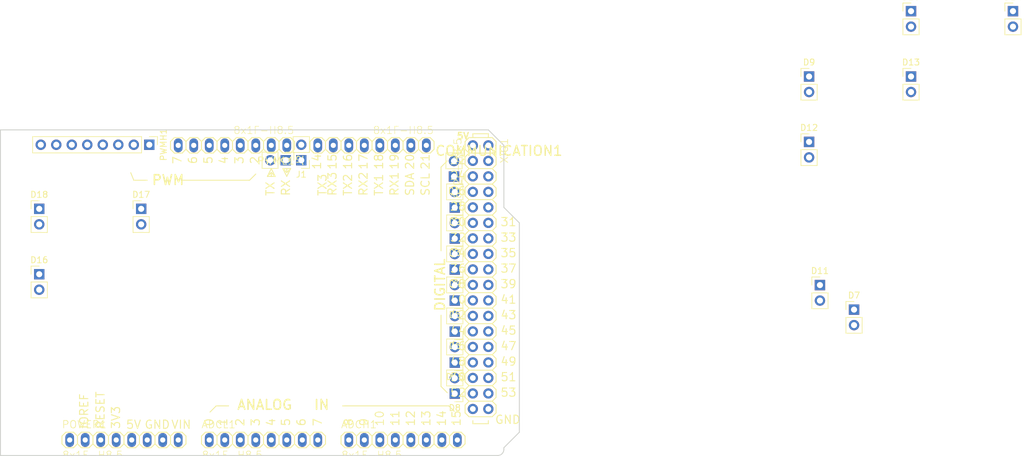
<source format=kicad_pcb>
(kicad_pcb (version 20171130) (host pcbnew "(5.1.10)-1")

  (general
    (thickness 1.6)
    (drawings 123)
    (tracks 0)
    (zones 0)
    (modules 27)
    (nets 82)
  )

  (page A4)
  (title_block
    (title "Arduino Mega 2560 Rev. 3")
    (rev 1.0)
    (comment 1 "Converted to KiCad by Prof. Mayhem")
    (comment 2 1/22/2018)
  )

  (layers
    (0 Top signal)
    (31 Bottom signal)
    (32 B.Adhes user)
    (33 F.Adhes user)
    (34 B.Paste user)
    (35 F.Paste user)
    (36 B.SilkS user)
    (37 F.SilkS user)
    (38 B.Mask user)
    (39 F.Mask user)
    (40 Dwgs.User user)
    (41 Cmts.User user)
    (42 Eco1.User user)
    (43 Eco2.User user)
    (44 Edge.Cuts user)
    (45 Margin user)
    (46 B.CrtYd user)
    (47 F.CrtYd user)
    (48 B.Fab user)
    (49 F.Fab user)
  )

  (setup
    (last_trace_width 0.25)
    (trace_clearance 0.1778)
    (zone_clearance 0.508)
    (zone_45_only no)
    (trace_min 0.2)
    (via_size 0.6)
    (via_drill 0.4)
    (via_min_size 0.4)
    (via_min_drill 0.3)
    (uvia_size 0.3)
    (uvia_drill 0.1)
    (uvias_allowed no)
    (uvia_min_size 0.2)
    (uvia_min_drill 0.1)
    (edge_width 0.15)
    (segment_width 0.2)
    (pcb_text_width 0.3)
    (pcb_text_size 1.5 1.5)
    (mod_edge_width 0.15)
    (mod_text_size 1 1)
    (mod_text_width 0.15)
    (pad_size 1.55 1.55)
    (pad_drill 0.95)
    (pad_to_mask_clearance 0.2)
    (aux_axis_origin 0 0)
    (visible_elements 7FFFFFDF)
    (pcbplotparams
      (layerselection 0x00030_80000001)
      (usegerberextensions false)
      (usegerberattributes true)
      (usegerberadvancedattributes true)
      (creategerberjobfile true)
      (excludeedgelayer true)
      (linewidth 0.100000)
      (plotframeref false)
      (viasonmask false)
      (mode 1)
      (useauxorigin false)
      (hpglpennumber 1)
      (hpglpenspeed 20)
      (hpglpendiameter 15.000000)
      (psnegative false)
      (psa4output false)
      (plotreference true)
      (plotvalue true)
      (plotinvisibletext false)
      (padsonsilk false)
      (subtractmaskfromsilk false)
      (outputformat 1)
      (mirror false)
      (drillshape 1)
      (scaleselection 1)
      (outputdirectory ""))
  )

  (net 0 "")
  (net 1 /ADC8)
  (net 2 /ADC9)
  (net 3 /ADC10)
  (net 4 /ADC11)
  (net 5 /ADC12)
  (net 6 /ADC13)
  (net 7 /ADC14)
  (net 8 /ADC15)
  (net 9 /ADC0)
  (net 10 /ADC1)
  (net 11 /ADC2)
  (net 12 /ADC3)
  (net 13 /ADC4)
  (net 14 /ADC5)
  (net 15 /ADC6)
  (net 16 /ADC7)
  (net 17 /RESET)
  (net 18 /VIN)
  (net 19 /RXD1)
  (net 20 /TXD1)
  (net 21 /RXD2)
  (net 22 /TXD2)
  (net 23 /RXD3)
  (net 24 /TXD3)
  (net 25 /PE0)
  (net 26 /PE1)
  (net 27 /+5V)
  (net 28 "Net-(POWER1-Pad1)")
  (net 29 /+3V3)
  (net 30 GND)
  (net 31 /Dir1)
  (net 32 /Dir9)
  (net 33 /P24)
  (net 34 /P25)
  (net 35 /Dir2)
  (net 36 /Dir10)
  (net 37 /P28)
  (net 38 /P29)
  (net 39 /Dir3)
  (net 40 /Dir11)
  (net 41 /P32)
  (net 42 /P33)
  (net 43 /Dir4)
  (net 44 /Dir12)
  (net 45 /P36)
  (net 46 /P37)
  (net 47 /Dir5)
  (net 48 /Dir13)
  (net 49 /P40)
  (net 50 /P41)
  (net 51 /Dir6)
  (net 52 /Dir14)
  (net 53 /P44)
  (net 54 /P45)
  (net 55 /Dir7)
  (net 56 /Dir15)
  (net 57 /P48)
  (net 58 /P49)
  (net 59 /Dir8)
  (net 60 /Dir16)
  (net 61 /P52)
  (net 62 /P53)
  (net 63 /PB7)
  (net 64 /Aref)
  (net 65 /Led3)
  (net 66 /Led4)
  (net 67 "Net-(XIO1-Pad1)")
  (net 68 "Net-(XIO1-Pad2)")
  (net 69 /SCL)
  (net 70 /SDA)
  (net 71 /Dir17)
  (net 72 /PE5)
  (net 73 /Dir18)
  (net 74 /PE3)
  (net 75 /PB6)
  (net 76 /PB5)
  (net 77 /PB4)
  (net 78 /PH6)
  (net 79 /PH5)
  (net 80 /PH3)
  (net 81 /PH4)

  (net_class Default "This is the default net class."
    (clearance 0.1778)
    (trace_width 0.25)
    (via_dia 0.6)
    (via_drill 0.4)
    (uvia_dia 0.3)
    (uvia_drill 0.1)
    (add_net /+3V3)
    (add_net /+5V)
    (add_net /ADC0)
    (add_net /ADC1)
    (add_net /ADC10)
    (add_net /ADC11)
    (add_net /ADC12)
    (add_net /ADC13)
    (add_net /ADC14)
    (add_net /ADC15)
    (add_net /ADC2)
    (add_net /ADC3)
    (add_net /ADC4)
    (add_net /ADC5)
    (add_net /ADC6)
    (add_net /ADC7)
    (add_net /ADC8)
    (add_net /ADC9)
    (add_net /Aref)
    (add_net /Dir1)
    (add_net /Dir10)
    (add_net /Dir11)
    (add_net /Dir12)
    (add_net /Dir13)
    (add_net /Dir14)
    (add_net /Dir15)
    (add_net /Dir16)
    (add_net /Dir17)
    (add_net /Dir18)
    (add_net /Dir2)
    (add_net /Dir3)
    (add_net /Dir4)
    (add_net /Dir5)
    (add_net /Dir6)
    (add_net /Dir7)
    (add_net /Dir8)
    (add_net /Dir9)
    (add_net /Led3)
    (add_net /Led4)
    (add_net /P24)
    (add_net /P25)
    (add_net /P28)
    (add_net /P29)
    (add_net /P32)
    (add_net /P33)
    (add_net /P36)
    (add_net /P37)
    (add_net /P40)
    (add_net /P41)
    (add_net /P44)
    (add_net /P45)
    (add_net /P48)
    (add_net /P49)
    (add_net /P52)
    (add_net /P53)
    (add_net /PB4)
    (add_net /PB5)
    (add_net /PB6)
    (add_net /PB7)
    (add_net /PE0)
    (add_net /PE1)
    (add_net /PE3)
    (add_net /PE5)
    (add_net /PH3)
    (add_net /PH4)
    (add_net /PH5)
    (add_net /PH6)
    (add_net /RESET)
    (add_net /RXD1)
    (add_net /RXD2)
    (add_net /RXD3)
    (add_net /SCL)
    (add_net /SDA)
    (add_net /TXD1)
    (add_net /TXD2)
    (add_net /TXD3)
    (add_net /VIN)
    (add_net GND)
    (add_net "Net-(POWER1-Pad1)")
    (add_net "Net-(XIO1-Pad1)")
    (add_net "Net-(XIO1-Pad2)")
  )

  (module Connector_PinHeader_2.54mm:PinHeader_1x02_P2.54mm_Vertical (layer Top) (tedit 59FED5CC) (tstamp 6143EDE6)
    (at 120.65 91.271)
    (descr "Through hole straight pin header, 1x02, 2.54mm pitch, single row")
    (tags "Through hole pin header THT 1x02 2.54mm single row")
    (path /61462287/6143D9DF)
    (fp_text reference D18 (at 0 -2.33) (layer F.SilkS)
      (effects (font (size 1 1) (thickness 0.15)))
    )
    (fp_text value Drive_Connector (at 0 4.87) (layer F.Fab)
      (effects (font (size 1 1) (thickness 0.15)))
    )
    (fp_text user %R (at 0 1.27 90) (layer F.Fab)
      (effects (font (size 1 1) (thickness 0.15)))
    )
    (fp_line (start -0.635 -1.27) (end 1.27 -1.27) (layer F.Fab) (width 0.1))
    (fp_line (start 1.27 -1.27) (end 1.27 3.81) (layer F.Fab) (width 0.1))
    (fp_line (start 1.27 3.81) (end -1.27 3.81) (layer F.Fab) (width 0.1))
    (fp_line (start -1.27 3.81) (end -1.27 -0.635) (layer F.Fab) (width 0.1))
    (fp_line (start -1.27 -0.635) (end -0.635 -1.27) (layer F.Fab) (width 0.1))
    (fp_line (start -1.33 3.87) (end 1.33 3.87) (layer F.SilkS) (width 0.12))
    (fp_line (start -1.33 1.27) (end -1.33 3.87) (layer F.SilkS) (width 0.12))
    (fp_line (start 1.33 1.27) (end 1.33 3.87) (layer F.SilkS) (width 0.12))
    (fp_line (start -1.33 1.27) (end 1.33 1.27) (layer F.SilkS) (width 0.12))
    (fp_line (start -1.33 0) (end -1.33 -1.33) (layer F.SilkS) (width 0.12))
    (fp_line (start -1.33 -1.33) (end 0 -1.33) (layer F.SilkS) (width 0.12))
    (fp_line (start -1.8 -1.8) (end -1.8 4.35) (layer F.CrtYd) (width 0.05))
    (fp_line (start -1.8 4.35) (end 1.8 4.35) (layer F.CrtYd) (width 0.05))
    (fp_line (start 1.8 4.35) (end 1.8 -1.8) (layer F.CrtYd) (width 0.05))
    (fp_line (start 1.8 -1.8) (end -1.8 -1.8) (layer F.CrtYd) (width 0.05))
    (pad 2 thru_hole oval (at 0 2.54) (size 1.7 1.7) (drill 1) (layers *.Cu *.Mask)
      (net 60 /Dir16))
    (pad 1 thru_hole rect (at 0 0) (size 1.7 1.7) (drill 1) (layers *.Cu *.Mask)
      (net 62 /P53))
    (model ${KISYS3DMOD}/Connector_PinHeader_2.54mm.3dshapes/PinHeader_1x02_P2.54mm_Vertical.wrl
      (at (xyz 0 0 0))
      (scale (xyz 1 1 1))
      (rotate (xyz 0 0 0))
    )
  )

  (module Connector_PinHeader_2.54mm:PinHeader_1x02_P2.54mm_Vertical (layer Top) (tedit 59FED5CC) (tstamp 6143EDD0)
    (at 137.35 91.271)
    (descr "Through hole straight pin header, 1x02, 2.54mm pitch, single row")
    (tags "Through hole pin header THT 1x02 2.54mm single row")
    (path /6147D787/6143D9DF)
    (fp_text reference D17 (at 0 -2.33) (layer F.SilkS)
      (effects (font (size 1 1) (thickness 0.15)))
    )
    (fp_text value Drive_Connector (at 0 4.87) (layer F.Fab)
      (effects (font (size 1 1) (thickness 0.15)))
    )
    (fp_text user %R (at 0 1.27 90) (layer F.Fab)
      (effects (font (size 1 1) (thickness 0.15)))
    )
    (fp_line (start -0.635 -1.27) (end 1.27 -1.27) (layer F.Fab) (width 0.1))
    (fp_line (start 1.27 -1.27) (end 1.27 3.81) (layer F.Fab) (width 0.1))
    (fp_line (start 1.27 3.81) (end -1.27 3.81) (layer F.Fab) (width 0.1))
    (fp_line (start -1.27 3.81) (end -1.27 -0.635) (layer F.Fab) (width 0.1))
    (fp_line (start -1.27 -0.635) (end -0.635 -1.27) (layer F.Fab) (width 0.1))
    (fp_line (start -1.33 3.87) (end 1.33 3.87) (layer F.SilkS) (width 0.12))
    (fp_line (start -1.33 1.27) (end -1.33 3.87) (layer F.SilkS) (width 0.12))
    (fp_line (start 1.33 1.27) (end 1.33 3.87) (layer F.SilkS) (width 0.12))
    (fp_line (start -1.33 1.27) (end 1.33 1.27) (layer F.SilkS) (width 0.12))
    (fp_line (start -1.33 0) (end -1.33 -1.33) (layer F.SilkS) (width 0.12))
    (fp_line (start -1.33 -1.33) (end 0 -1.33) (layer F.SilkS) (width 0.12))
    (fp_line (start -1.8 -1.8) (end -1.8 4.35) (layer F.CrtYd) (width 0.05))
    (fp_line (start -1.8 4.35) (end 1.8 4.35) (layer F.CrtYd) (width 0.05))
    (fp_line (start 1.8 4.35) (end 1.8 -1.8) (layer F.CrtYd) (width 0.05))
    (fp_line (start 1.8 -1.8) (end -1.8 -1.8) (layer F.CrtYd) (width 0.05))
    (pad 2 thru_hole oval (at 0 2.54) (size 1.7 1.7) (drill 1) (layers *.Cu *.Mask)
      (net 73 /Dir18))
    (pad 1 thru_hole rect (at 0 0) (size 1.7 1.7) (drill 1) (layers *.Cu *.Mask)
      (net 74 /PE3))
    (model ${KISYS3DMOD}/Connector_PinHeader_2.54mm.3dshapes/PinHeader_1x02_P2.54mm_Vertical.wrl
      (at (xyz 0 0 0))
      (scale (xyz 1 1 1))
      (rotate (xyz 0 0 0))
    )
  )

  (module Connector_PinHeader_2.54mm:PinHeader_1x02_P2.54mm_Vertical (layer Top) (tedit 59FED5CC) (tstamp 6143EDBA)
    (at 120.65 101.981)
    (descr "Through hole straight pin header, 1x02, 2.54mm pitch, single row")
    (tags "Through hole pin header THT 1x02 2.54mm single row")
    (path /614769B2/6143D9DF)
    (fp_text reference D16 (at 0 -2.33) (layer F.SilkS)
      (effects (font (size 1 1) (thickness 0.15)))
    )
    (fp_text value Drive_Connector (at 0 4.87) (layer F.Fab)
      (effects (font (size 1 1) (thickness 0.15)))
    )
    (fp_text user %R (at 0 1.27 90) (layer F.Fab)
      (effects (font (size 1 1) (thickness 0.15)))
    )
    (fp_line (start -0.635 -1.27) (end 1.27 -1.27) (layer F.Fab) (width 0.1))
    (fp_line (start 1.27 -1.27) (end 1.27 3.81) (layer F.Fab) (width 0.1))
    (fp_line (start 1.27 3.81) (end -1.27 3.81) (layer F.Fab) (width 0.1))
    (fp_line (start -1.27 3.81) (end -1.27 -0.635) (layer F.Fab) (width 0.1))
    (fp_line (start -1.27 -0.635) (end -0.635 -1.27) (layer F.Fab) (width 0.1))
    (fp_line (start -1.33 3.87) (end 1.33 3.87) (layer F.SilkS) (width 0.12))
    (fp_line (start -1.33 1.27) (end -1.33 3.87) (layer F.SilkS) (width 0.12))
    (fp_line (start 1.33 1.27) (end 1.33 3.87) (layer F.SilkS) (width 0.12))
    (fp_line (start -1.33 1.27) (end 1.33 1.27) (layer F.SilkS) (width 0.12))
    (fp_line (start -1.33 0) (end -1.33 -1.33) (layer F.SilkS) (width 0.12))
    (fp_line (start -1.33 -1.33) (end 0 -1.33) (layer F.SilkS) (width 0.12))
    (fp_line (start -1.8 -1.8) (end -1.8 4.35) (layer F.CrtYd) (width 0.05))
    (fp_line (start -1.8 4.35) (end 1.8 4.35) (layer F.CrtYd) (width 0.05))
    (fp_line (start 1.8 4.35) (end 1.8 -1.8) (layer F.CrtYd) (width 0.05))
    (fp_line (start 1.8 -1.8) (end -1.8 -1.8) (layer F.CrtYd) (width 0.05))
    (pad 2 thru_hole oval (at 0 2.54) (size 1.7 1.7) (drill 1) (layers *.Cu *.Mask)
      (net 71 /Dir17))
    (pad 1 thru_hole rect (at 0 0) (size 1.7 1.7) (drill 1) (layers *.Cu *.Mask)
      (net 72 /PE5))
    (model ${KISYS3DMOD}/Connector_PinHeader_2.54mm.3dshapes/PinHeader_1x02_P2.54mm_Vertical.wrl
      (at (xyz 0 0 0))
      (scale (xyz 1 1 1))
      (rotate (xyz 0 0 0))
    )
  )

  (module Connector_PinHeader_2.54mm:PinHeader_1x02_P2.54mm_Vertical (layer Top) (tedit 59FED5CC) (tstamp 6143D02E)
    (at 188.595 85.979 180)
    (descr "Through hole straight pin header, 1x02, 2.54mm pitch, single row")
    (tags "Through hole pin header THT 1x02 2.54mm single row")
    (path /61428437/6143D9DF)
    (fp_text reference D1 (at 0 -2.33) (layer F.SilkS)
      (effects (font (size 1 1) (thickness 0.15)))
    )
    (fp_text value Drive_Connector (at 0 4.87) (layer F.Fab)
      (effects (font (size 1 1) (thickness 0.15)))
    )
    (fp_text user %R (at 0 1.27 90) (layer F.Fab)
      (effects (font (size 1 1) (thickness 0.15)))
    )
    (fp_line (start -0.635 -1.27) (end 1.27 -1.27) (layer F.Fab) (width 0.1))
    (fp_line (start 1.27 -1.27) (end 1.27 3.81) (layer F.Fab) (width 0.1))
    (fp_line (start 1.27 3.81) (end -1.27 3.81) (layer F.Fab) (width 0.1))
    (fp_line (start -1.27 3.81) (end -1.27 -0.635) (layer F.Fab) (width 0.1))
    (fp_line (start -1.27 -0.635) (end -0.635 -1.27) (layer F.Fab) (width 0.1))
    (fp_line (start -1.33 3.87) (end 1.33 3.87) (layer F.SilkS) (width 0.12))
    (fp_line (start -1.33 1.27) (end -1.33 3.87) (layer F.SilkS) (width 0.12))
    (fp_line (start 1.33 1.27) (end 1.33 3.87) (layer F.SilkS) (width 0.12))
    (fp_line (start -1.33 1.27) (end 1.33 1.27) (layer F.SilkS) (width 0.12))
    (fp_line (start -1.33 0) (end -1.33 -1.33) (layer F.SilkS) (width 0.12))
    (fp_line (start -1.33 -1.33) (end 0 -1.33) (layer F.SilkS) (width 0.12))
    (fp_line (start -1.8 -1.8) (end -1.8 4.35) (layer F.CrtYd) (width 0.05))
    (fp_line (start -1.8 4.35) (end 1.8 4.35) (layer F.CrtYd) (width 0.05))
    (fp_line (start 1.8 4.35) (end 1.8 -1.8) (layer F.CrtYd) (width 0.05))
    (fp_line (start 1.8 -1.8) (end -1.8 -1.8) (layer F.CrtYd) (width 0.05))
    (pad 2 thru_hole oval (at 0 2.54 180) (size 1.7 1.7) (drill 1) (layers *.Cu *.Mask)
      (net 31 /Dir1))
    (pad 1 thru_hole rect (at 0 0 180) (size 1.7 1.7) (drill 1) (layers *.Cu *.Mask)
      (net 33 /P24))
    (model ${KISYS3DMOD}/Connector_PinHeader_2.54mm.3dshapes/PinHeader_1x02_P2.54mm_Vertical.wrl
      (at (xyz 0 0 0))
      (scale (xyz 1 1 1))
      (rotate (xyz 0 0 0))
    )
  )

  (module Connector_PinHeader_2.54mm:PinHeader_1x02_P2.54mm_Vertical (layer Top) (tedit 59FED5CC) (tstamp 6143D018)
    (at 188.722 116.459 180)
    (descr "Through hole straight pin header, 1x02, 2.54mm pitch, single row")
    (tags "Through hole pin header THT 1x02 2.54mm single row")
    (path /6148D267/6143D9DF)
    (fp_text reference D15 (at 0 -2.33) (layer F.SilkS)
      (effects (font (size 1 1) (thickness 0.15)))
    )
    (fp_text value Drive_Connector (at 0 4.87) (layer F.Fab)
      (effects (font (size 1 1) (thickness 0.15)))
    )
    (fp_text user %R (at 0 1.27 90) (layer F.Fab)
      (effects (font (size 1 1) (thickness 0.15)))
    )
    (fp_line (start -0.635 -1.27) (end 1.27 -1.27) (layer F.Fab) (width 0.1))
    (fp_line (start 1.27 -1.27) (end 1.27 3.81) (layer F.Fab) (width 0.1))
    (fp_line (start 1.27 3.81) (end -1.27 3.81) (layer F.Fab) (width 0.1))
    (fp_line (start -1.27 3.81) (end -1.27 -0.635) (layer F.Fab) (width 0.1))
    (fp_line (start -1.27 -0.635) (end -0.635 -1.27) (layer F.Fab) (width 0.1))
    (fp_line (start -1.33 3.87) (end 1.33 3.87) (layer F.SilkS) (width 0.12))
    (fp_line (start -1.33 1.27) (end -1.33 3.87) (layer F.SilkS) (width 0.12))
    (fp_line (start 1.33 1.27) (end 1.33 3.87) (layer F.SilkS) (width 0.12))
    (fp_line (start -1.33 1.27) (end 1.33 1.27) (layer F.SilkS) (width 0.12))
    (fp_line (start -1.33 0) (end -1.33 -1.33) (layer F.SilkS) (width 0.12))
    (fp_line (start -1.33 -1.33) (end 0 -1.33) (layer F.SilkS) (width 0.12))
    (fp_line (start -1.8 -1.8) (end -1.8 4.35) (layer F.CrtYd) (width 0.05))
    (fp_line (start -1.8 4.35) (end 1.8 4.35) (layer F.CrtYd) (width 0.05))
    (fp_line (start 1.8 4.35) (end 1.8 -1.8) (layer F.CrtYd) (width 0.05))
    (fp_line (start 1.8 -1.8) (end -1.8 -1.8) (layer F.CrtYd) (width 0.05))
    (pad 2 thru_hole oval (at 0 2.54 180) (size 1.7 1.7) (drill 1) (layers *.Cu *.Mask)
      (net 56 /Dir15))
    (pad 1 thru_hole rect (at 0 0 180) (size 1.7 1.7) (drill 1) (layers *.Cu *.Mask)
      (net 58 /P49))
    (model ${KISYS3DMOD}/Connector_PinHeader_2.54mm.3dshapes/PinHeader_1x02_P2.54mm_Vertical.wrl
      (at (xyz 0 0 0))
      (scale (xyz 1 1 1))
      (rotate (xyz 0 0 0))
    )
  )

  (module Connector_PinHeader_2.54mm:PinHeader_1x02_P2.54mm_Vertical (layer Top) (tedit 59FED5CC) (tstamp 6143D002)
    (at 280.16 58.886)
    (descr "Through hole straight pin header, 1x02, 2.54mm pitch, single row")
    (tags "Through hole pin header THT 1x02 2.54mm single row")
    (path /6148D25D/6143D9DF)
    (fp_text reference D14 (at 0 -2.33) (layer F.SilkS)
      (effects (font (size 1 1) (thickness 0.15)))
    )
    (fp_text value Drive_Connector (at 0 4.87) (layer F.Fab)
      (effects (font (size 1 1) (thickness 0.15)))
    )
    (fp_text user %R (at 0 1.27 90) (layer F.Fab)
      (effects (font (size 1 1) (thickness 0.15)))
    )
    (fp_line (start -0.635 -1.27) (end 1.27 -1.27) (layer F.Fab) (width 0.1))
    (fp_line (start 1.27 -1.27) (end 1.27 3.81) (layer F.Fab) (width 0.1))
    (fp_line (start 1.27 3.81) (end -1.27 3.81) (layer F.Fab) (width 0.1))
    (fp_line (start -1.27 3.81) (end -1.27 -0.635) (layer F.Fab) (width 0.1))
    (fp_line (start -1.27 -0.635) (end -0.635 -1.27) (layer F.Fab) (width 0.1))
    (fp_line (start -1.33 3.87) (end 1.33 3.87) (layer F.SilkS) (width 0.12))
    (fp_line (start -1.33 1.27) (end -1.33 3.87) (layer F.SilkS) (width 0.12))
    (fp_line (start 1.33 1.27) (end 1.33 3.87) (layer F.SilkS) (width 0.12))
    (fp_line (start -1.33 1.27) (end 1.33 1.27) (layer F.SilkS) (width 0.12))
    (fp_line (start -1.33 0) (end -1.33 -1.33) (layer F.SilkS) (width 0.12))
    (fp_line (start -1.33 -1.33) (end 0 -1.33) (layer F.SilkS) (width 0.12))
    (fp_line (start -1.8 -1.8) (end -1.8 4.35) (layer F.CrtYd) (width 0.05))
    (fp_line (start -1.8 4.35) (end 1.8 4.35) (layer F.CrtYd) (width 0.05))
    (fp_line (start 1.8 4.35) (end 1.8 -1.8) (layer F.CrtYd) (width 0.05))
    (fp_line (start 1.8 -1.8) (end -1.8 -1.8) (layer F.CrtYd) (width 0.05))
    (pad 2 thru_hole oval (at 0 2.54) (size 1.7 1.7) (drill 1) (layers *.Cu *.Mask)
      (net 52 /Dir14))
    (pad 1 thru_hole rect (at 0 0) (size 1.7 1.7) (drill 1) (layers *.Cu *.Mask)
      (net 54 /P45))
    (model ${KISYS3DMOD}/Connector_PinHeader_2.54mm.3dshapes/PinHeader_1x02_P2.54mm_Vertical.wrl
      (at (xyz 0 0 0))
      (scale (xyz 1 1 1))
      (rotate (xyz 0 0 0))
    )
  )

  (module Connector_PinHeader_2.54mm:PinHeader_1x02_P2.54mm_Vertical (layer Top) (tedit 59FED5CC) (tstamp 6143CFEC)
    (at 263.46 69.596)
    (descr "Through hole straight pin header, 1x02, 2.54mm pitch, single row")
    (tags "Through hole pin header THT 1x02 2.54mm single row")
    (path /6148D253/6143D9DF)
    (fp_text reference D13 (at 0 -2.33) (layer F.SilkS)
      (effects (font (size 1 1) (thickness 0.15)))
    )
    (fp_text value Drive_Connector (at 0 4.87) (layer F.Fab)
      (effects (font (size 1 1) (thickness 0.15)))
    )
    (fp_text user %R (at 0 1.27 90) (layer F.Fab)
      (effects (font (size 1 1) (thickness 0.15)))
    )
    (fp_line (start -0.635 -1.27) (end 1.27 -1.27) (layer F.Fab) (width 0.1))
    (fp_line (start 1.27 -1.27) (end 1.27 3.81) (layer F.Fab) (width 0.1))
    (fp_line (start 1.27 3.81) (end -1.27 3.81) (layer F.Fab) (width 0.1))
    (fp_line (start -1.27 3.81) (end -1.27 -0.635) (layer F.Fab) (width 0.1))
    (fp_line (start -1.27 -0.635) (end -0.635 -1.27) (layer F.Fab) (width 0.1))
    (fp_line (start -1.33 3.87) (end 1.33 3.87) (layer F.SilkS) (width 0.12))
    (fp_line (start -1.33 1.27) (end -1.33 3.87) (layer F.SilkS) (width 0.12))
    (fp_line (start 1.33 1.27) (end 1.33 3.87) (layer F.SilkS) (width 0.12))
    (fp_line (start -1.33 1.27) (end 1.33 1.27) (layer F.SilkS) (width 0.12))
    (fp_line (start -1.33 0) (end -1.33 -1.33) (layer F.SilkS) (width 0.12))
    (fp_line (start -1.33 -1.33) (end 0 -1.33) (layer F.SilkS) (width 0.12))
    (fp_line (start -1.8 -1.8) (end -1.8 4.35) (layer F.CrtYd) (width 0.05))
    (fp_line (start -1.8 4.35) (end 1.8 4.35) (layer F.CrtYd) (width 0.05))
    (fp_line (start 1.8 4.35) (end 1.8 -1.8) (layer F.CrtYd) (width 0.05))
    (fp_line (start 1.8 -1.8) (end -1.8 -1.8) (layer F.CrtYd) (width 0.05))
    (pad 2 thru_hole oval (at 0 2.54) (size 1.7 1.7) (drill 1) (layers *.Cu *.Mask)
      (net 48 /Dir13))
    (pad 1 thru_hole rect (at 0 0) (size 1.7 1.7) (drill 1) (layers *.Cu *.Mask)
      (net 50 /P41))
    (model ${KISYS3DMOD}/Connector_PinHeader_2.54mm.3dshapes/PinHeader_1x02_P2.54mm_Vertical.wrl
      (at (xyz 0 0 0))
      (scale (xyz 1 1 1))
      (rotate (xyz 0 0 0))
    )
  )

  (module Connector_PinHeader_2.54mm:PinHeader_1x02_P2.54mm_Vertical (layer Top) (tedit 59FED5CC) (tstamp 6143CFD6)
    (at 246.76 80.306)
    (descr "Through hole straight pin header, 1x02, 2.54mm pitch, single row")
    (tags "Through hole pin header THT 1x02 2.54mm single row")
    (path /614810EA/6143D9DF)
    (fp_text reference D12 (at 0 -2.33) (layer F.SilkS)
      (effects (font (size 1 1) (thickness 0.15)))
    )
    (fp_text value Drive_Connector (at 0 4.87) (layer F.Fab)
      (effects (font (size 1 1) (thickness 0.15)))
    )
    (fp_text user %R (at 0 1.27 90) (layer F.Fab)
      (effects (font (size 1 1) (thickness 0.15)))
    )
    (fp_line (start -0.635 -1.27) (end 1.27 -1.27) (layer F.Fab) (width 0.1))
    (fp_line (start 1.27 -1.27) (end 1.27 3.81) (layer F.Fab) (width 0.1))
    (fp_line (start 1.27 3.81) (end -1.27 3.81) (layer F.Fab) (width 0.1))
    (fp_line (start -1.27 3.81) (end -1.27 -0.635) (layer F.Fab) (width 0.1))
    (fp_line (start -1.27 -0.635) (end -0.635 -1.27) (layer F.Fab) (width 0.1))
    (fp_line (start -1.33 3.87) (end 1.33 3.87) (layer F.SilkS) (width 0.12))
    (fp_line (start -1.33 1.27) (end -1.33 3.87) (layer F.SilkS) (width 0.12))
    (fp_line (start 1.33 1.27) (end 1.33 3.87) (layer F.SilkS) (width 0.12))
    (fp_line (start -1.33 1.27) (end 1.33 1.27) (layer F.SilkS) (width 0.12))
    (fp_line (start -1.33 0) (end -1.33 -1.33) (layer F.SilkS) (width 0.12))
    (fp_line (start -1.33 -1.33) (end 0 -1.33) (layer F.SilkS) (width 0.12))
    (fp_line (start -1.8 -1.8) (end -1.8 4.35) (layer F.CrtYd) (width 0.05))
    (fp_line (start -1.8 4.35) (end 1.8 4.35) (layer F.CrtYd) (width 0.05))
    (fp_line (start 1.8 4.35) (end 1.8 -1.8) (layer F.CrtYd) (width 0.05))
    (fp_line (start 1.8 -1.8) (end -1.8 -1.8) (layer F.CrtYd) (width 0.05))
    (pad 2 thru_hole oval (at 0 2.54) (size 1.7 1.7) (drill 1) (layers *.Cu *.Mask)
      (net 44 /Dir12))
    (pad 1 thru_hole rect (at 0 0) (size 1.7 1.7) (drill 1) (layers *.Cu *.Mask)
      (net 46 /P37))
    (model ${KISYS3DMOD}/Connector_PinHeader_2.54mm.3dshapes/PinHeader_1x02_P2.54mm_Vertical.wrl
      (at (xyz 0 0 0))
      (scale (xyz 1 1 1))
      (rotate (xyz 0 0 0))
    )
  )

  (module Connector_PinHeader_2.54mm:PinHeader_1x02_P2.54mm_Vertical (layer Top) (tedit 59FED5CC) (tstamp 6143CFC0)
    (at 248.539 103.759)
    (descr "Through hole straight pin header, 1x02, 2.54mm pitch, single row")
    (tags "Through hole pin header THT 1x02 2.54mm single row")
    (path /614810E0/6143D9DF)
    (fp_text reference D11 (at 0 -2.33) (layer F.SilkS)
      (effects (font (size 1 1) (thickness 0.15)))
    )
    (fp_text value Drive_Connector (at 0 4.87) (layer F.Fab)
      (effects (font (size 1 1) (thickness 0.15)))
    )
    (fp_text user %R (at 0 1.27 90) (layer F.Fab)
      (effects (font (size 1 1) (thickness 0.15)))
    )
    (fp_line (start -0.635 -1.27) (end 1.27 -1.27) (layer F.Fab) (width 0.1))
    (fp_line (start 1.27 -1.27) (end 1.27 3.81) (layer F.Fab) (width 0.1))
    (fp_line (start 1.27 3.81) (end -1.27 3.81) (layer F.Fab) (width 0.1))
    (fp_line (start -1.27 3.81) (end -1.27 -0.635) (layer F.Fab) (width 0.1))
    (fp_line (start -1.27 -0.635) (end -0.635 -1.27) (layer F.Fab) (width 0.1))
    (fp_line (start -1.33 3.87) (end 1.33 3.87) (layer F.SilkS) (width 0.12))
    (fp_line (start -1.33 1.27) (end -1.33 3.87) (layer F.SilkS) (width 0.12))
    (fp_line (start 1.33 1.27) (end 1.33 3.87) (layer F.SilkS) (width 0.12))
    (fp_line (start -1.33 1.27) (end 1.33 1.27) (layer F.SilkS) (width 0.12))
    (fp_line (start -1.33 0) (end -1.33 -1.33) (layer F.SilkS) (width 0.12))
    (fp_line (start -1.33 -1.33) (end 0 -1.33) (layer F.SilkS) (width 0.12))
    (fp_line (start -1.8 -1.8) (end -1.8 4.35) (layer F.CrtYd) (width 0.05))
    (fp_line (start -1.8 4.35) (end 1.8 4.35) (layer F.CrtYd) (width 0.05))
    (fp_line (start 1.8 4.35) (end 1.8 -1.8) (layer F.CrtYd) (width 0.05))
    (fp_line (start 1.8 -1.8) (end -1.8 -1.8) (layer F.CrtYd) (width 0.05))
    (pad 2 thru_hole oval (at 0 2.54) (size 1.7 1.7) (drill 1) (layers *.Cu *.Mask)
      (net 40 /Dir11))
    (pad 1 thru_hole rect (at 0 0) (size 1.7 1.7) (drill 1) (layers *.Cu *.Mask)
      (net 42 /P33))
    (model ${KISYS3DMOD}/Connector_PinHeader_2.54mm.3dshapes/PinHeader_1x02_P2.54mm_Vertical.wrl
      (at (xyz 0 0 0))
      (scale (xyz 1 1 1))
      (rotate (xyz 0 0 0))
    )
  )

  (module Connector_PinHeader_2.54mm:PinHeader_1x02_P2.54mm_Vertical (layer Top) (tedit 59FED5CC) (tstamp 6143CFAA)
    (at 263.46 58.886)
    (descr "Through hole straight pin header, 1x02, 2.54mm pitch, single row")
    (tags "Through hole pin header THT 1x02 2.54mm single row")
    (path /614810D6/6143D9DF)
    (fp_text reference D10 (at 0 -2.33) (layer F.SilkS)
      (effects (font (size 1 1) (thickness 0.15)))
    )
    (fp_text value Drive_Connector (at 0 4.87) (layer F.Fab)
      (effects (font (size 1 1) (thickness 0.15)))
    )
    (fp_text user %R (at 0 1.27 90) (layer F.Fab)
      (effects (font (size 1 1) (thickness 0.15)))
    )
    (fp_line (start -0.635 -1.27) (end 1.27 -1.27) (layer F.Fab) (width 0.1))
    (fp_line (start 1.27 -1.27) (end 1.27 3.81) (layer F.Fab) (width 0.1))
    (fp_line (start 1.27 3.81) (end -1.27 3.81) (layer F.Fab) (width 0.1))
    (fp_line (start -1.27 3.81) (end -1.27 -0.635) (layer F.Fab) (width 0.1))
    (fp_line (start -1.27 -0.635) (end -0.635 -1.27) (layer F.Fab) (width 0.1))
    (fp_line (start -1.33 3.87) (end 1.33 3.87) (layer F.SilkS) (width 0.12))
    (fp_line (start -1.33 1.27) (end -1.33 3.87) (layer F.SilkS) (width 0.12))
    (fp_line (start 1.33 1.27) (end 1.33 3.87) (layer F.SilkS) (width 0.12))
    (fp_line (start -1.33 1.27) (end 1.33 1.27) (layer F.SilkS) (width 0.12))
    (fp_line (start -1.33 0) (end -1.33 -1.33) (layer F.SilkS) (width 0.12))
    (fp_line (start -1.33 -1.33) (end 0 -1.33) (layer F.SilkS) (width 0.12))
    (fp_line (start -1.8 -1.8) (end -1.8 4.35) (layer F.CrtYd) (width 0.05))
    (fp_line (start -1.8 4.35) (end 1.8 4.35) (layer F.CrtYd) (width 0.05))
    (fp_line (start 1.8 4.35) (end 1.8 -1.8) (layer F.CrtYd) (width 0.05))
    (fp_line (start 1.8 -1.8) (end -1.8 -1.8) (layer F.CrtYd) (width 0.05))
    (pad 2 thru_hole oval (at 0 2.54) (size 1.7 1.7) (drill 1) (layers *.Cu *.Mask)
      (net 36 /Dir10))
    (pad 1 thru_hole rect (at 0 0) (size 1.7 1.7) (drill 1) (layers *.Cu *.Mask)
      (net 38 /P29))
    (model ${KISYS3DMOD}/Connector_PinHeader_2.54mm.3dshapes/PinHeader_1x02_P2.54mm_Vertical.wrl
      (at (xyz 0 0 0))
      (scale (xyz 1 1 1))
      (rotate (xyz 0 0 0))
    )
  )

  (module Connector_PinHeader_2.54mm:PinHeader_1x02_P2.54mm_Vertical (layer Top) (tedit 59FED5CC) (tstamp 6143CF94)
    (at 246.76 69.596)
    (descr "Through hole straight pin header, 1x02, 2.54mm pitch, single row")
    (tags "Through hole pin header THT 1x02 2.54mm single row")
    (path /6147DE01/6143D9DF)
    (fp_text reference D9 (at 0 -2.33) (layer F.SilkS)
      (effects (font (size 1 1) (thickness 0.15)))
    )
    (fp_text value Drive_Connector (at 0 4.87) (layer F.Fab)
      (effects (font (size 1 1) (thickness 0.15)))
    )
    (fp_text user %R (at 0 1.27 90) (layer F.Fab)
      (effects (font (size 1 1) (thickness 0.15)))
    )
    (fp_line (start -0.635 -1.27) (end 1.27 -1.27) (layer F.Fab) (width 0.1))
    (fp_line (start 1.27 -1.27) (end 1.27 3.81) (layer F.Fab) (width 0.1))
    (fp_line (start 1.27 3.81) (end -1.27 3.81) (layer F.Fab) (width 0.1))
    (fp_line (start -1.27 3.81) (end -1.27 -0.635) (layer F.Fab) (width 0.1))
    (fp_line (start -1.27 -0.635) (end -0.635 -1.27) (layer F.Fab) (width 0.1))
    (fp_line (start -1.33 3.87) (end 1.33 3.87) (layer F.SilkS) (width 0.12))
    (fp_line (start -1.33 1.27) (end -1.33 3.87) (layer F.SilkS) (width 0.12))
    (fp_line (start 1.33 1.27) (end 1.33 3.87) (layer F.SilkS) (width 0.12))
    (fp_line (start -1.33 1.27) (end 1.33 1.27) (layer F.SilkS) (width 0.12))
    (fp_line (start -1.33 0) (end -1.33 -1.33) (layer F.SilkS) (width 0.12))
    (fp_line (start -1.33 -1.33) (end 0 -1.33) (layer F.SilkS) (width 0.12))
    (fp_line (start -1.8 -1.8) (end -1.8 4.35) (layer F.CrtYd) (width 0.05))
    (fp_line (start -1.8 4.35) (end 1.8 4.35) (layer F.CrtYd) (width 0.05))
    (fp_line (start 1.8 4.35) (end 1.8 -1.8) (layer F.CrtYd) (width 0.05))
    (fp_line (start 1.8 -1.8) (end -1.8 -1.8) (layer F.CrtYd) (width 0.05))
    (pad 2 thru_hole oval (at 0 2.54) (size 1.7 1.7) (drill 1) (layers *.Cu *.Mask)
      (net 32 /Dir9))
    (pad 1 thru_hole rect (at 0 0) (size 1.7 1.7) (drill 1) (layers *.Cu *.Mask)
      (net 34 /P25))
    (model ${KISYS3DMOD}/Connector_PinHeader_2.54mm.3dshapes/PinHeader_1x02_P2.54mm_Vertical.wrl
      (at (xyz 0 0 0))
      (scale (xyz 1 1 1))
      (rotate (xyz 0 0 0))
    )
  )

  (module Connector_PinHeader_2.54mm:PinHeader_1x02_P2.54mm_Vertical (layer Top) (tedit 59FED5CC) (tstamp 6143CF7E)
    (at 188.722 121.539 180)
    (descr "Through hole straight pin header, 1x02, 2.54mm pitch, single row")
    (tags "Through hole pin header THT 1x02 2.54mm single row")
    (path /61474004/6143D9DF)
    (fp_text reference D8 (at 0 -2.33) (layer F.SilkS)
      (effects (font (size 1 1) (thickness 0.15)))
    )
    (fp_text value Drive_Connector (at 0 4.87) (layer F.Fab)
      (effects (font (size 1 1) (thickness 0.15)))
    )
    (fp_text user %R (at 0 1.27 90) (layer F.Fab)
      (effects (font (size 1 1) (thickness 0.15)))
    )
    (fp_line (start -0.635 -1.27) (end 1.27 -1.27) (layer F.Fab) (width 0.1))
    (fp_line (start 1.27 -1.27) (end 1.27 3.81) (layer F.Fab) (width 0.1))
    (fp_line (start 1.27 3.81) (end -1.27 3.81) (layer F.Fab) (width 0.1))
    (fp_line (start -1.27 3.81) (end -1.27 -0.635) (layer F.Fab) (width 0.1))
    (fp_line (start -1.27 -0.635) (end -0.635 -1.27) (layer F.Fab) (width 0.1))
    (fp_line (start -1.33 3.87) (end 1.33 3.87) (layer F.SilkS) (width 0.12))
    (fp_line (start -1.33 1.27) (end -1.33 3.87) (layer F.SilkS) (width 0.12))
    (fp_line (start 1.33 1.27) (end 1.33 3.87) (layer F.SilkS) (width 0.12))
    (fp_line (start -1.33 1.27) (end 1.33 1.27) (layer F.SilkS) (width 0.12))
    (fp_line (start -1.33 0) (end -1.33 -1.33) (layer F.SilkS) (width 0.12))
    (fp_line (start -1.33 -1.33) (end 0 -1.33) (layer F.SilkS) (width 0.12))
    (fp_line (start -1.8 -1.8) (end -1.8 4.35) (layer F.CrtYd) (width 0.05))
    (fp_line (start -1.8 4.35) (end 1.8 4.35) (layer F.CrtYd) (width 0.05))
    (fp_line (start 1.8 4.35) (end 1.8 -1.8) (layer F.CrtYd) (width 0.05))
    (fp_line (start 1.8 -1.8) (end -1.8 -1.8) (layer F.CrtYd) (width 0.05))
    (pad 2 thru_hole oval (at 0 2.54 180) (size 1.7 1.7) (drill 1) (layers *.Cu *.Mask)
      (net 59 /Dir8))
    (pad 1 thru_hole rect (at 0 0 180) (size 1.7 1.7) (drill 1) (layers *.Cu *.Mask)
      (net 61 /P52))
    (model ${KISYS3DMOD}/Connector_PinHeader_2.54mm.3dshapes/PinHeader_1x02_P2.54mm_Vertical.wrl
      (at (xyz 0 0 0))
      (scale (xyz 1 1 1))
      (rotate (xyz 0 0 0))
    )
  )

  (module Connector_PinHeader_2.54mm:PinHeader_1x02_P2.54mm_Vertical (layer Top) (tedit 59FED5CC) (tstamp 6143CF68)
    (at 254.127 107.78)
    (descr "Through hole straight pin header, 1x02, 2.54mm pitch, single row")
    (tags "Through hole pin header THT 1x02 2.54mm single row")
    (path /61473FF9/6143D9DF)
    (fp_text reference D7 (at 0 -2.33) (layer F.SilkS)
      (effects (font (size 1 1) (thickness 0.15)))
    )
    (fp_text value Drive_Connector (at 0 4.87) (layer F.Fab)
      (effects (font (size 1 1) (thickness 0.15)))
    )
    (fp_text user %R (at 0 1.27 90) (layer F.Fab)
      (effects (font (size 1 1) (thickness 0.15)))
    )
    (fp_line (start -0.635 -1.27) (end 1.27 -1.27) (layer F.Fab) (width 0.1))
    (fp_line (start 1.27 -1.27) (end 1.27 3.81) (layer F.Fab) (width 0.1))
    (fp_line (start 1.27 3.81) (end -1.27 3.81) (layer F.Fab) (width 0.1))
    (fp_line (start -1.27 3.81) (end -1.27 -0.635) (layer F.Fab) (width 0.1))
    (fp_line (start -1.27 -0.635) (end -0.635 -1.27) (layer F.Fab) (width 0.1))
    (fp_line (start -1.33 3.87) (end 1.33 3.87) (layer F.SilkS) (width 0.12))
    (fp_line (start -1.33 1.27) (end -1.33 3.87) (layer F.SilkS) (width 0.12))
    (fp_line (start 1.33 1.27) (end 1.33 3.87) (layer F.SilkS) (width 0.12))
    (fp_line (start -1.33 1.27) (end 1.33 1.27) (layer F.SilkS) (width 0.12))
    (fp_line (start -1.33 0) (end -1.33 -1.33) (layer F.SilkS) (width 0.12))
    (fp_line (start -1.33 -1.33) (end 0 -1.33) (layer F.SilkS) (width 0.12))
    (fp_line (start -1.8 -1.8) (end -1.8 4.35) (layer F.CrtYd) (width 0.05))
    (fp_line (start -1.8 4.35) (end 1.8 4.35) (layer F.CrtYd) (width 0.05))
    (fp_line (start 1.8 4.35) (end 1.8 -1.8) (layer F.CrtYd) (width 0.05))
    (fp_line (start 1.8 -1.8) (end -1.8 -1.8) (layer F.CrtYd) (width 0.05))
    (pad 2 thru_hole oval (at 0 2.54) (size 1.7 1.7) (drill 1) (layers *.Cu *.Mask)
      (net 55 /Dir7))
    (pad 1 thru_hole rect (at 0 0) (size 1.7 1.7) (drill 1) (layers *.Cu *.Mask)
      (net 57 /P48))
    (model ${KISYS3DMOD}/Connector_PinHeader_2.54mm.3dshapes/PinHeader_1x02_P2.54mm_Vertical.wrl
      (at (xyz 0 0 0))
      (scale (xyz 1 1 1))
      (rotate (xyz 0 0 0))
    )
  )

  (module Connector_PinHeader_2.54mm:PinHeader_1x02_P2.54mm_Vertical (layer Top) (tedit 59FED5CC) (tstamp 6143CF52)
    (at 188.722 111.379 180)
    (descr "Through hole straight pin header, 1x02, 2.54mm pitch, single row")
    (tags "Through hole pin header THT 1x02 2.54mm single row")
    (path /614718BD/6143D9DF)
    (fp_text reference D6 (at 0 -2.33) (layer F.SilkS)
      (effects (font (size 1 1) (thickness 0.15)))
    )
    (fp_text value Drive_Connector (at 0 4.87) (layer F.Fab)
      (effects (font (size 1 1) (thickness 0.15)))
    )
    (fp_text user %R (at 0 1.27 90) (layer F.Fab)
      (effects (font (size 1 1) (thickness 0.15)))
    )
    (fp_line (start -0.635 -1.27) (end 1.27 -1.27) (layer F.Fab) (width 0.1))
    (fp_line (start 1.27 -1.27) (end 1.27 3.81) (layer F.Fab) (width 0.1))
    (fp_line (start 1.27 3.81) (end -1.27 3.81) (layer F.Fab) (width 0.1))
    (fp_line (start -1.27 3.81) (end -1.27 -0.635) (layer F.Fab) (width 0.1))
    (fp_line (start -1.27 -0.635) (end -0.635 -1.27) (layer F.Fab) (width 0.1))
    (fp_line (start -1.33 3.87) (end 1.33 3.87) (layer F.SilkS) (width 0.12))
    (fp_line (start -1.33 1.27) (end -1.33 3.87) (layer F.SilkS) (width 0.12))
    (fp_line (start 1.33 1.27) (end 1.33 3.87) (layer F.SilkS) (width 0.12))
    (fp_line (start -1.33 1.27) (end 1.33 1.27) (layer F.SilkS) (width 0.12))
    (fp_line (start -1.33 0) (end -1.33 -1.33) (layer F.SilkS) (width 0.12))
    (fp_line (start -1.33 -1.33) (end 0 -1.33) (layer F.SilkS) (width 0.12))
    (fp_line (start -1.8 -1.8) (end -1.8 4.35) (layer F.CrtYd) (width 0.05))
    (fp_line (start -1.8 4.35) (end 1.8 4.35) (layer F.CrtYd) (width 0.05))
    (fp_line (start 1.8 4.35) (end 1.8 -1.8) (layer F.CrtYd) (width 0.05))
    (fp_line (start 1.8 -1.8) (end -1.8 -1.8) (layer F.CrtYd) (width 0.05))
    (pad 2 thru_hole oval (at 0 2.54 180) (size 1.7 1.7) (drill 1) (layers *.Cu *.Mask)
      (net 51 /Dir6))
    (pad 1 thru_hole rect (at 0 0 180) (size 1.7 1.7) (drill 1) (layers *.Cu *.Mask)
      (net 53 /P44))
    (model ${KISYS3DMOD}/Connector_PinHeader_2.54mm.3dshapes/PinHeader_1x02_P2.54mm_Vertical.wrl
      (at (xyz 0 0 0))
      (scale (xyz 1 1 1))
      (rotate (xyz 0 0 0))
    )
  )

  (module Connector_PinHeader_2.54mm:PinHeader_1x02_P2.54mm_Vertical (layer Top) (tedit 59FED5CC) (tstamp 6143CF3C)
    (at 188.722 106.299 180)
    (descr "Through hole straight pin header, 1x02, 2.54mm pitch, single row")
    (tags "Through hole pin header THT 1x02 2.54mm single row")
    (path /614718B2/6143D9DF)
    (fp_text reference D5 (at 0 -2.33) (layer F.SilkS)
      (effects (font (size 1 1) (thickness 0.15)))
    )
    (fp_text value Drive_Connector (at 0 4.87) (layer F.Fab)
      (effects (font (size 1 1) (thickness 0.15)))
    )
    (fp_text user %R (at 0 1.27 90) (layer F.Fab)
      (effects (font (size 1 1) (thickness 0.15)))
    )
    (fp_line (start -0.635 -1.27) (end 1.27 -1.27) (layer F.Fab) (width 0.1))
    (fp_line (start 1.27 -1.27) (end 1.27 3.81) (layer F.Fab) (width 0.1))
    (fp_line (start 1.27 3.81) (end -1.27 3.81) (layer F.Fab) (width 0.1))
    (fp_line (start -1.27 3.81) (end -1.27 -0.635) (layer F.Fab) (width 0.1))
    (fp_line (start -1.27 -0.635) (end -0.635 -1.27) (layer F.Fab) (width 0.1))
    (fp_line (start -1.33 3.87) (end 1.33 3.87) (layer F.SilkS) (width 0.12))
    (fp_line (start -1.33 1.27) (end -1.33 3.87) (layer F.SilkS) (width 0.12))
    (fp_line (start 1.33 1.27) (end 1.33 3.87) (layer F.SilkS) (width 0.12))
    (fp_line (start -1.33 1.27) (end 1.33 1.27) (layer F.SilkS) (width 0.12))
    (fp_line (start -1.33 0) (end -1.33 -1.33) (layer F.SilkS) (width 0.12))
    (fp_line (start -1.33 -1.33) (end 0 -1.33) (layer F.SilkS) (width 0.12))
    (fp_line (start -1.8 -1.8) (end -1.8 4.35) (layer F.CrtYd) (width 0.05))
    (fp_line (start -1.8 4.35) (end 1.8 4.35) (layer F.CrtYd) (width 0.05))
    (fp_line (start 1.8 4.35) (end 1.8 -1.8) (layer F.CrtYd) (width 0.05))
    (fp_line (start 1.8 -1.8) (end -1.8 -1.8) (layer F.CrtYd) (width 0.05))
    (pad 2 thru_hole oval (at 0 2.54 180) (size 1.7 1.7) (drill 1) (layers *.Cu *.Mask)
      (net 47 /Dir5))
    (pad 1 thru_hole rect (at 0 0 180) (size 1.7 1.7) (drill 1) (layers *.Cu *.Mask)
      (net 49 /P40))
    (model ${KISYS3DMOD}/Connector_PinHeader_2.54mm.3dshapes/PinHeader_1x02_P2.54mm_Vertical.wrl
      (at (xyz 0 0 0))
      (scale (xyz 1 1 1))
      (rotate (xyz 0 0 0))
    )
  )

  (module Connector_PinHeader_2.54mm:PinHeader_1x02_P2.54mm_Vertical (layer Top) (tedit 59FED5CC) (tstamp 6143CF26)
    (at 188.722 101.219 180)
    (descr "Through hole straight pin header, 1x02, 2.54mm pitch, single row")
    (tags "Through hole pin header THT 1x02 2.54mm single row")
    (path /614718A7/6143D9DF)
    (fp_text reference D4 (at 0 -2.33) (layer F.SilkS)
      (effects (font (size 1 1) (thickness 0.15)))
    )
    (fp_text value Drive_Connector (at 0 4.87) (layer F.Fab)
      (effects (font (size 1 1) (thickness 0.15)))
    )
    (fp_text user %R (at 0 1.27 90) (layer F.Fab)
      (effects (font (size 1 1) (thickness 0.15)))
    )
    (fp_line (start -0.635 -1.27) (end 1.27 -1.27) (layer F.Fab) (width 0.1))
    (fp_line (start 1.27 -1.27) (end 1.27 3.81) (layer F.Fab) (width 0.1))
    (fp_line (start 1.27 3.81) (end -1.27 3.81) (layer F.Fab) (width 0.1))
    (fp_line (start -1.27 3.81) (end -1.27 -0.635) (layer F.Fab) (width 0.1))
    (fp_line (start -1.27 -0.635) (end -0.635 -1.27) (layer F.Fab) (width 0.1))
    (fp_line (start -1.33 3.87) (end 1.33 3.87) (layer F.SilkS) (width 0.12))
    (fp_line (start -1.33 1.27) (end -1.33 3.87) (layer F.SilkS) (width 0.12))
    (fp_line (start 1.33 1.27) (end 1.33 3.87) (layer F.SilkS) (width 0.12))
    (fp_line (start -1.33 1.27) (end 1.33 1.27) (layer F.SilkS) (width 0.12))
    (fp_line (start -1.33 0) (end -1.33 -1.33) (layer F.SilkS) (width 0.12))
    (fp_line (start -1.33 -1.33) (end 0 -1.33) (layer F.SilkS) (width 0.12))
    (fp_line (start -1.8 -1.8) (end -1.8 4.35) (layer F.CrtYd) (width 0.05))
    (fp_line (start -1.8 4.35) (end 1.8 4.35) (layer F.CrtYd) (width 0.05))
    (fp_line (start 1.8 4.35) (end 1.8 -1.8) (layer F.CrtYd) (width 0.05))
    (fp_line (start 1.8 -1.8) (end -1.8 -1.8) (layer F.CrtYd) (width 0.05))
    (pad 2 thru_hole oval (at 0 2.54 180) (size 1.7 1.7) (drill 1) (layers *.Cu *.Mask)
      (net 43 /Dir4))
    (pad 1 thru_hole rect (at 0 0 180) (size 1.7 1.7) (drill 1) (layers *.Cu *.Mask)
      (net 45 /P36))
    (model ${KISYS3DMOD}/Connector_PinHeader_2.54mm.3dshapes/PinHeader_1x02_P2.54mm_Vertical.wrl
      (at (xyz 0 0 0))
      (scale (xyz 1 1 1))
      (rotate (xyz 0 0 0))
    )
  )

  (module Connector_PinHeader_2.54mm:PinHeader_1x02_P2.54mm_Vertical (layer Top) (tedit 59FED5CC) (tstamp 6143CF10)
    (at 188.722 96.139 180)
    (descr "Through hole straight pin header, 1x02, 2.54mm pitch, single row")
    (tags "Through hole pin header THT 1x02 2.54mm single row")
    (path /6146D738/6143D9DF)
    (fp_text reference D3 (at 0 -2.33) (layer F.SilkS)
      (effects (font (size 1 1) (thickness 0.15)))
    )
    (fp_text value Drive_Connector (at 0 4.87) (layer F.Fab)
      (effects (font (size 1 1) (thickness 0.15)))
    )
    (fp_text user %R (at 0 1.27 90) (layer F.Fab)
      (effects (font (size 1 1) (thickness 0.15)))
    )
    (fp_line (start -0.635 -1.27) (end 1.27 -1.27) (layer F.Fab) (width 0.1))
    (fp_line (start 1.27 -1.27) (end 1.27 3.81) (layer F.Fab) (width 0.1))
    (fp_line (start 1.27 3.81) (end -1.27 3.81) (layer F.Fab) (width 0.1))
    (fp_line (start -1.27 3.81) (end -1.27 -0.635) (layer F.Fab) (width 0.1))
    (fp_line (start -1.27 -0.635) (end -0.635 -1.27) (layer F.Fab) (width 0.1))
    (fp_line (start -1.33 3.87) (end 1.33 3.87) (layer F.SilkS) (width 0.12))
    (fp_line (start -1.33 1.27) (end -1.33 3.87) (layer F.SilkS) (width 0.12))
    (fp_line (start 1.33 1.27) (end 1.33 3.87) (layer F.SilkS) (width 0.12))
    (fp_line (start -1.33 1.27) (end 1.33 1.27) (layer F.SilkS) (width 0.12))
    (fp_line (start -1.33 0) (end -1.33 -1.33) (layer F.SilkS) (width 0.12))
    (fp_line (start -1.33 -1.33) (end 0 -1.33) (layer F.SilkS) (width 0.12))
    (fp_line (start -1.8 -1.8) (end -1.8 4.35) (layer F.CrtYd) (width 0.05))
    (fp_line (start -1.8 4.35) (end 1.8 4.35) (layer F.CrtYd) (width 0.05))
    (fp_line (start 1.8 4.35) (end 1.8 -1.8) (layer F.CrtYd) (width 0.05))
    (fp_line (start 1.8 -1.8) (end -1.8 -1.8) (layer F.CrtYd) (width 0.05))
    (pad 2 thru_hole oval (at 0 2.54 180) (size 1.7 1.7) (drill 1) (layers *.Cu *.Mask)
      (net 39 /Dir3))
    (pad 1 thru_hole rect (at 0 0 180) (size 1.7 1.7) (drill 1) (layers *.Cu *.Mask)
      (net 41 /P32))
    (model ${KISYS3DMOD}/Connector_PinHeader_2.54mm.3dshapes/PinHeader_1x02_P2.54mm_Vertical.wrl
      (at (xyz 0 0 0))
      (scale (xyz 1 1 1))
      (rotate (xyz 0 0 0))
    )
  )

  (module Connector_PinHeader_2.54mm:PinHeader_1x02_P2.54mm_Vertical (layer Top) (tedit 59FED5CC) (tstamp 6143CEFA)
    (at 188.722 91.059 180)
    (descr "Through hole straight pin header, 1x02, 2.54mm pitch, single row")
    (tags "Through hole pin header THT 1x02 2.54mm single row")
    (path /6146C0B8/6143D9DF)
    (fp_text reference D2 (at 0 -2.33) (layer F.SilkS)
      (effects (font (size 1 1) (thickness 0.15)))
    )
    (fp_text value Drive_Connector (at 0 4.87) (layer F.Fab)
      (effects (font (size 1 1) (thickness 0.15)))
    )
    (fp_text user %R (at 0 1.27 90) (layer F.Fab)
      (effects (font (size 1 1) (thickness 0.15)))
    )
    (fp_line (start -0.635 -1.27) (end 1.27 -1.27) (layer F.Fab) (width 0.1))
    (fp_line (start 1.27 -1.27) (end 1.27 3.81) (layer F.Fab) (width 0.1))
    (fp_line (start 1.27 3.81) (end -1.27 3.81) (layer F.Fab) (width 0.1))
    (fp_line (start -1.27 3.81) (end -1.27 -0.635) (layer F.Fab) (width 0.1))
    (fp_line (start -1.27 -0.635) (end -0.635 -1.27) (layer F.Fab) (width 0.1))
    (fp_line (start -1.33 3.87) (end 1.33 3.87) (layer F.SilkS) (width 0.12))
    (fp_line (start -1.33 1.27) (end -1.33 3.87) (layer F.SilkS) (width 0.12))
    (fp_line (start 1.33 1.27) (end 1.33 3.87) (layer F.SilkS) (width 0.12))
    (fp_line (start -1.33 1.27) (end 1.33 1.27) (layer F.SilkS) (width 0.12))
    (fp_line (start -1.33 0) (end -1.33 -1.33) (layer F.SilkS) (width 0.12))
    (fp_line (start -1.33 -1.33) (end 0 -1.33) (layer F.SilkS) (width 0.12))
    (fp_line (start -1.8 -1.8) (end -1.8 4.35) (layer F.CrtYd) (width 0.05))
    (fp_line (start -1.8 4.35) (end 1.8 4.35) (layer F.CrtYd) (width 0.05))
    (fp_line (start 1.8 4.35) (end 1.8 -1.8) (layer F.CrtYd) (width 0.05))
    (fp_line (start 1.8 -1.8) (end -1.8 -1.8) (layer F.CrtYd) (width 0.05))
    (pad 2 thru_hole oval (at 0 2.54 180) (size 1.7 1.7) (drill 1) (layers *.Cu *.Mask)
      (net 35 /Dir2))
    (pad 1 thru_hole rect (at 0 0 180) (size 1.7 1.7) (drill 1) (layers *.Cu *.Mask)
      (net 37 /P28))
    (model ${KISYS3DMOD}/Connector_PinHeader_2.54mm.3dshapes/PinHeader_1x02_P2.54mm_Vertical.wrl
      (at (xyz 0 0 0))
      (scale (xyz 1 1 1))
      (rotate (xyz 0 0 0))
    )
  )

  (module Connector_PinHeader_2.54mm:PinHeader_1x02_P2.54mm_Vertical (layer Top) (tedit 59FED5CC) (tstamp 61438CBE)
    (at 161.036 83.312 270)
    (descr "Through hole straight pin header, 1x02, 2.54mm pitch, single row")
    (tags "Through hole pin header THT 1x02 2.54mm single row")
    (path /614B4F07)
    (fp_text reference J2 (at 0 -2.33 90) (layer F.SilkS)
      (effects (font (size 1 1) (thickness 0.15)))
    )
    (fp_text value TX (at 0 4.87 90) (layer F.Fab)
      (effects (font (size 1 1) (thickness 0.15)))
    )
    (fp_line (start 1.8 -1.8) (end -1.8 -1.8) (layer F.CrtYd) (width 0.05))
    (fp_line (start 1.8 4.35) (end 1.8 -1.8) (layer F.CrtYd) (width 0.05))
    (fp_line (start -1.8 4.35) (end 1.8 4.35) (layer F.CrtYd) (width 0.05))
    (fp_line (start -1.8 -1.8) (end -1.8 4.35) (layer F.CrtYd) (width 0.05))
    (fp_line (start -1.33 -1.33) (end 0 -1.33) (layer F.SilkS) (width 0.12))
    (fp_line (start -1.33 0) (end -1.33 -1.33) (layer F.SilkS) (width 0.12))
    (fp_line (start -1.33 1.27) (end 1.33 1.27) (layer F.SilkS) (width 0.12))
    (fp_line (start 1.33 1.27) (end 1.33 3.87) (layer F.SilkS) (width 0.12))
    (fp_line (start -1.33 1.27) (end -1.33 3.87) (layer F.SilkS) (width 0.12))
    (fp_line (start -1.33 3.87) (end 1.33 3.87) (layer F.SilkS) (width 0.12))
    (fp_line (start -1.27 -0.635) (end -0.635 -1.27) (layer F.Fab) (width 0.1))
    (fp_line (start -1.27 3.81) (end -1.27 -0.635) (layer F.Fab) (width 0.1))
    (fp_line (start 1.27 3.81) (end -1.27 3.81) (layer F.Fab) (width 0.1))
    (fp_line (start 1.27 -1.27) (end 1.27 3.81) (layer F.Fab) (width 0.1))
    (fp_line (start -0.635 -1.27) (end 1.27 -1.27) (layer F.Fab) (width 0.1))
    (fp_text user %R (at 0 1.27) (layer F.Fab)
      (effects (font (size 1 1) (thickness 0.15)))
    )
    (pad 2 thru_hole oval (at 0 2.54 270) (size 1.7 1.7) (drill 1) (layers *.Cu *.Mask)
      (net 26 /PE1))
    (pad 1 thru_hole rect (at 0 0 270) (size 1.7 1.7) (drill 1) (layers *.Cu *.Mask)
      (net 66 /Led4))
    (model ${KISYS3DMOD}/Connector_PinHeader_2.54mm.3dshapes/PinHeader_1x02_P2.54mm_Vertical.wrl
      (at (xyz 0 0 0))
      (scale (xyz 1 1 1))
      (rotate (xyz 0 0 0))
    )
  )

  (module Connector_PinHeader_2.54mm:PinHeader_1x02_P2.54mm_Vertical (layer Top) (tedit 59FED5CC) (tstamp 61439DA5)
    (at 163.576 83.312 180)
    (descr "Through hole straight pin header, 1x02, 2.54mm pitch, single row")
    (tags "Through hole pin header THT 1x02 2.54mm single row")
    (path /614B17ED)
    (fp_text reference J1 (at 0 -2.33) (layer F.SilkS)
      (effects (font (size 1 1) (thickness 0.15)))
    )
    (fp_text value RX (at 0 4.87) (layer F.Fab)
      (effects (font (size 1 1) (thickness 0.15)))
    )
    (fp_line (start 1.8 -1.8) (end -1.8 -1.8) (layer F.CrtYd) (width 0.05))
    (fp_line (start 1.8 4.35) (end 1.8 -1.8) (layer F.CrtYd) (width 0.05))
    (fp_line (start -1.8 4.35) (end 1.8 4.35) (layer F.CrtYd) (width 0.05))
    (fp_line (start -1.8 -1.8) (end -1.8 4.35) (layer F.CrtYd) (width 0.05))
    (fp_line (start -1.33 -1.33) (end 0 -1.33) (layer F.SilkS) (width 0.12))
    (fp_line (start -1.33 0) (end -1.33 -1.33) (layer F.SilkS) (width 0.12))
    (fp_line (start -1.33 1.27) (end 1.33 1.27) (layer F.SilkS) (width 0.12))
    (fp_line (start 1.33 1.27) (end 1.33 3.87) (layer F.SilkS) (width 0.12))
    (fp_line (start -1.33 1.27) (end -1.33 3.87) (layer F.SilkS) (width 0.12))
    (fp_line (start -1.33 3.87) (end 1.33 3.87) (layer F.SilkS) (width 0.12))
    (fp_line (start -1.27 -0.635) (end -0.635 -1.27) (layer F.Fab) (width 0.1))
    (fp_line (start -1.27 3.81) (end -1.27 -0.635) (layer F.Fab) (width 0.1))
    (fp_line (start 1.27 3.81) (end -1.27 3.81) (layer F.Fab) (width 0.1))
    (fp_line (start 1.27 -1.27) (end 1.27 3.81) (layer F.Fab) (width 0.1))
    (fp_line (start -0.635 -1.27) (end 1.27 -1.27) (layer F.Fab) (width 0.1))
    (fp_text user %R (at 0 1.27 90) (layer F.Fab)
      (effects (font (size 1 1) (thickness 0.15)))
    )
    (pad 2 thru_hole oval (at 0 2.54 180) (size 1.7 1.7) (drill 1) (layers *.Cu *.Mask)
      (net 25 /PE0))
    (pad 1 thru_hole rect (at 0 0 180) (size 1.7 1.7) (drill 1) (layers *.Cu *.Mask)
      (net 65 /Led3))
    (model ${KISYS3DMOD}/Connector_PinHeader_2.54mm.3dshapes/PinHeader_1x02_P2.54mm_Vertical.wrl
      (at (xyz 0 0 0))
      (scale (xyz 1 1 1))
      (rotate (xyz 0 0 0))
    )
  )

  (module Connector_PinHeader_2.54mm:PinHeader_1x08_P2.54mm_Vertical (layer Top) (tedit 59FED5CC) (tstamp 61432A0E)
    (at 138.684 80.772 270)
    (descr "Through hole straight pin header, 1x08, 2.54mm pitch, single row")
    (tags "Through hole pin header THT 1x08 2.54mm single row")
    (path /61431A5A)
    (fp_text reference PWMH1 (at 0 -2.33 90) (layer F.SilkS)
      (effects (font (size 1 1) (thickness 0.15)))
    )
    (fp_text value 8x1F-H8.5 (at 0 20.11 90) (layer F.Fab)
      (effects (font (size 1 1) (thickness 0.15)))
    )
    (fp_line (start 1.8 -1.8) (end -1.8 -1.8) (layer F.CrtYd) (width 0.05))
    (fp_line (start 1.8 19.55) (end 1.8 -1.8) (layer F.CrtYd) (width 0.05))
    (fp_line (start -1.8 19.55) (end 1.8 19.55) (layer F.CrtYd) (width 0.05))
    (fp_line (start -1.8 -1.8) (end -1.8 19.55) (layer F.CrtYd) (width 0.05))
    (fp_line (start -1.33 -1.33) (end 0 -1.33) (layer F.SilkS) (width 0.12))
    (fp_line (start -1.33 0) (end -1.33 -1.33) (layer F.SilkS) (width 0.12))
    (fp_line (start -1.33 1.27) (end 1.33 1.27) (layer F.SilkS) (width 0.12))
    (fp_line (start 1.33 1.27) (end 1.33 19.11) (layer F.SilkS) (width 0.12))
    (fp_line (start -1.33 1.27) (end -1.33 19.11) (layer F.SilkS) (width 0.12))
    (fp_line (start -1.33 19.11) (end 1.33 19.11) (layer F.SilkS) (width 0.12))
    (fp_line (start -1.27 -0.635) (end -0.635 -1.27) (layer F.Fab) (width 0.1))
    (fp_line (start -1.27 19.05) (end -1.27 -0.635) (layer F.Fab) (width 0.1))
    (fp_line (start 1.27 19.05) (end -1.27 19.05) (layer F.Fab) (width 0.1))
    (fp_line (start 1.27 -1.27) (end 1.27 19.05) (layer F.Fab) (width 0.1))
    (fp_line (start -0.635 -1.27) (end 1.27 -1.27) (layer F.Fab) (width 0.1))
    (fp_text user %R (at 0 8.89) (layer F.Fab)
      (effects (font (size 1 1) (thickness 0.15)))
    )
    (pad 8 thru_hole oval (at 0 17.78 270) (size 1.7 1.7) (drill 1) (layers *.Cu *.Mask)
      (net 64 /Aref))
    (pad 7 thru_hole oval (at 0 15.24 270) (size 1.7 1.7) (drill 1) (layers *.Cu *.Mask)
      (net 30 GND))
    (pad 6 thru_hole oval (at 0 12.7 270) (size 1.7 1.7) (drill 1) (layers *.Cu *.Mask)
      (net 63 /PB7))
    (pad 5 thru_hole oval (at 0 10.16 270) (size 1.7 1.7) (drill 1) (layers *.Cu *.Mask)
      (net 75 /PB6))
    (pad 4 thru_hole oval (at 0 7.62 270) (size 1.7 1.7) (drill 1) (layers *.Cu *.Mask)
      (net 76 /PB5))
    (pad 3 thru_hole oval (at 0 5.08 270) (size 1.7 1.7) (drill 1) (layers *.Cu *.Mask)
      (net 77 /PB4))
    (pad 2 thru_hole oval (at 0 2.54 270) (size 1.7 1.7) (drill 1) (layers *.Cu *.Mask)
      (net 78 /PH6))
    (pad 1 thru_hole rect (at 0 0 270) (size 1.7 1.7) (drill 1) (layers *.Cu *.Mask)
      (net 79 /PH5))
    (model ${KISYS3DMOD}/Connector_PinHeader_2.54mm.3dshapes/PinHeader_1x08_P2.54mm_Vertical.wrl
      (at (xyz 0 0 0))
      (scale (xyz 1 1 1))
      (rotate (xyz 0 0 0))
    )
  )

  (module 1X08 (layer Top) (tedit 5A715BCA) (tstamp 5A5FD68D)
    (at 152.3111 80.8736 180)
    (descr "<b>PIN HEADER</b>")
    (path /5A6006FB)
    (fp_text reference PWML1 (at -10.2362 -1.8288 180) (layer F.SilkS)
      (effects (font (size 1.2065 1.2065) (thickness 0.127)) (justify right top))
    )
    (fp_text value 8x1F-H8.5 (at -10.16 3.175) (layer F.SilkS)
      (effects (font (size 1.2065 1.2065) (thickness 0.09652)) (justify right top))
    )
    (fp_line (start 5.715 -1.27) (end 6.985 -1.27) (layer F.SilkS) (width 0.1524))
    (fp_line (start 6.985 -1.27) (end 7.62 -0.635) (layer F.SilkS) (width 0.1524))
    (fp_line (start 7.62 -0.635) (end 7.62 0.635) (layer F.SilkS) (width 0.1524))
    (fp_line (start 7.62 0.635) (end 6.985 1.27) (layer F.SilkS) (width 0.1524))
    (fp_line (start 2.54 -0.635) (end 3.175 -1.27) (layer F.SilkS) (width 0.1524))
    (fp_line (start 3.175 -1.27) (end 4.445 -1.27) (layer F.SilkS) (width 0.1524))
    (fp_line (start 4.445 -1.27) (end 5.08 -0.635) (layer F.SilkS) (width 0.1524))
    (fp_line (start 5.08 -0.635) (end 5.08 0.635) (layer F.SilkS) (width 0.1524))
    (fp_line (start 5.08 0.635) (end 4.445 1.27) (layer F.SilkS) (width 0.1524))
    (fp_line (start 4.445 1.27) (end 3.175 1.27) (layer F.SilkS) (width 0.1524))
    (fp_line (start 3.175 1.27) (end 2.54 0.635) (layer F.SilkS) (width 0.1524))
    (fp_line (start 5.715 -1.27) (end 5.08 -0.635) (layer F.SilkS) (width 0.1524))
    (fp_line (start 5.08 0.635) (end 5.715 1.27) (layer F.SilkS) (width 0.1524))
    (fp_line (start 6.985 1.27) (end 5.715 1.27) (layer F.SilkS) (width 0.1524))
    (fp_line (start -1.905 -1.27) (end -0.635 -1.27) (layer F.SilkS) (width 0.1524))
    (fp_line (start -0.635 -1.27) (end 0 -0.635) (layer F.SilkS) (width 0.1524))
    (fp_line (start 0 -0.635) (end 0 0.635) (layer F.SilkS) (width 0.1524))
    (fp_line (start 0 0.635) (end -0.635 1.27) (layer F.SilkS) (width 0.1524))
    (fp_line (start 0 -0.635) (end 0.635 -1.27) (layer F.SilkS) (width 0.1524))
    (fp_line (start 0.635 -1.27) (end 1.905 -1.27) (layer F.SilkS) (width 0.1524))
    (fp_line (start 1.905 -1.27) (end 2.54 -0.635) (layer F.SilkS) (width 0.1524))
    (fp_line (start 2.54 -0.635) (end 2.54 0.635) (layer F.SilkS) (width 0.1524))
    (fp_line (start 2.54 0.635) (end 1.905 1.27) (layer F.SilkS) (width 0.1524))
    (fp_line (start 1.905 1.27) (end 0.635 1.27) (layer F.SilkS) (width 0.1524))
    (fp_line (start 0.635 1.27) (end 0 0.635) (layer F.SilkS) (width 0.1524))
    (fp_line (start -5.08 -0.635) (end -4.445 -1.27) (layer F.SilkS) (width 0.1524))
    (fp_line (start -4.445 -1.27) (end -3.175 -1.27) (layer F.SilkS) (width 0.1524))
    (fp_line (start -3.175 -1.27) (end -2.54 -0.635) (layer F.SilkS) (width 0.1524))
    (fp_line (start -2.54 -0.635) (end -2.54 0.635) (layer F.SilkS) (width 0.1524))
    (fp_line (start -2.54 0.635) (end -3.175 1.27) (layer F.SilkS) (width 0.1524))
    (fp_line (start -3.175 1.27) (end -4.445 1.27) (layer F.SilkS) (width 0.1524))
    (fp_line (start -4.445 1.27) (end -5.08 0.635) (layer F.SilkS) (width 0.1524))
    (fp_line (start -1.905 -1.27) (end -2.54 -0.635) (layer F.SilkS) (width 0.1524))
    (fp_line (start -2.54 0.635) (end -1.905 1.27) (layer F.SilkS) (width 0.1524))
    (fp_line (start -0.635 1.27) (end -1.905 1.27) (layer F.SilkS) (width 0.1524))
    (fp_line (start -9.525 -1.27) (end -8.255 -1.27) (layer F.SilkS) (width 0.1524))
    (fp_line (start -8.255 -1.27) (end -7.62 -0.635) (layer F.SilkS) (width 0.1524))
    (fp_line (start -7.62 -0.635) (end -7.62 0.635) (layer F.SilkS) (width 0.1524))
    (fp_line (start -7.62 0.635) (end -8.255 1.27) (layer F.SilkS) (width 0.1524))
    (fp_line (start -7.62 -0.635) (end -6.985 -1.27) (layer F.SilkS) (width 0.1524))
    (fp_line (start -6.985 -1.27) (end -5.715 -1.27) (layer F.SilkS) (width 0.1524))
    (fp_line (start -5.715 -1.27) (end -5.08 -0.635) (layer F.SilkS) (width 0.1524))
    (fp_line (start -5.08 -0.635) (end -5.08 0.635) (layer F.SilkS) (width 0.1524))
    (fp_line (start -5.08 0.635) (end -5.715 1.27) (layer F.SilkS) (width 0.1524))
    (fp_line (start -5.715 1.27) (end -6.985 1.27) (layer F.SilkS) (width 0.1524))
    (fp_line (start -6.985 1.27) (end -7.62 0.635) (layer F.SilkS) (width 0.1524))
    (fp_line (start -10.16 -0.635) (end -10.16 0.635) (layer F.SilkS) (width 0.1524))
    (fp_line (start -9.525 -1.27) (end -10.16 -0.635) (layer F.SilkS) (width 0.1524))
    (fp_line (start -10.16 0.635) (end -9.525 1.27) (layer F.SilkS) (width 0.1524))
    (fp_line (start -8.255 1.27) (end -9.525 1.27) (layer F.SilkS) (width 0.1524))
    (fp_line (start 8.255 -1.27) (end 9.525 -1.27) (layer F.SilkS) (width 0.1524))
    (fp_line (start 9.525 -1.27) (end 10.16 -0.635) (layer F.SilkS) (width 0.1524))
    (fp_line (start 10.16 -0.635) (end 10.16 0.635) (layer F.SilkS) (width 0.1524))
    (fp_line (start 10.16 0.635) (end 9.525 1.27) (layer F.SilkS) (width 0.1524))
    (fp_line (start 8.255 -1.27) (end 7.62 -0.635) (layer F.SilkS) (width 0.1524))
    (fp_line (start 7.62 0.635) (end 8.255 1.27) (layer F.SilkS) (width 0.1524))
    (fp_line (start 9.525 1.27) (end 8.255 1.27) (layer F.SilkS) (width 0.1524))
    (fp_poly (pts (xy 6.096 0.254) (xy 6.604 0.254) (xy 6.604 -0.254) (xy 6.096 -0.254)) (layer Dwgs.User) (width 0))
    (fp_poly (pts (xy 3.556 0.254) (xy 4.064 0.254) (xy 4.064 -0.254) (xy 3.556 -0.254)) (layer Dwgs.User) (width 0))
    (fp_poly (pts (xy 1.016 0.254) (xy 1.524 0.254) (xy 1.524 -0.254) (xy 1.016 -0.254)) (layer Dwgs.User) (width 0))
    (fp_poly (pts (xy -1.524 0.254) (xy -1.016 0.254) (xy -1.016 -0.254) (xy -1.524 -0.254)) (layer Dwgs.User) (width 0))
    (fp_poly (pts (xy -4.064 0.254) (xy -3.556 0.254) (xy -3.556 -0.254) (xy -4.064 -0.254)) (layer Dwgs.User) (width 0))
    (fp_poly (pts (xy -6.604 0.254) (xy -6.096 0.254) (xy -6.096 -0.254) (xy -6.604 -0.254)) (layer Dwgs.User) (width 0))
    (fp_poly (pts (xy -9.144 0.254) (xy -8.636 0.254) (xy -8.636 -0.254) (xy -9.144 -0.254)) (layer Dwgs.User) (width 0))
    (fp_poly (pts (xy 8.636 0.254) (xy 9.144 0.254) (xy 9.144 -0.254) (xy 8.636 -0.254)) (layer Dwgs.User) (width 0))
    (pad 1 thru_hole oval (at -8.89 0 270) (size 2.27584 1.4224) (drill 0.85) (layers *.Cu *.Mask)
      (net 25 /PE0))
    (pad 2 thru_hole oval (at -6.35 0 270) (size 2.27584 1.4224) (drill 0.85) (layers *.Cu *.Mask)
      (net 26 /PE1))
    (pad 3 thru_hole oval (at -3.81 0 270) (size 2.27584 1.4224) (drill 0.85) (layers *.Cu *.Mask)
      (net 71 /Dir17))
    (pad 4 thru_hole oval (at -1.27 0 270) (size 2.27584 1.4224) (drill 0.85) (layers *.Cu *.Mask)
      (net 72 /PE5))
    (pad 5 thru_hole oval (at 1.27 0 270) (size 2.27584 1.4224) (drill 0.85) (layers *.Cu *.Mask)
      (net 73 /Dir18))
    (pad 6 thru_hole oval (at 3.81 0 270) (size 2.27584 1.4224) (drill 0.85) (layers *.Cu *.Mask)
      (net 74 /PE3))
    (pad 7 thru_hole oval (at 6.35 0 270) (size 2.27584 1.4224) (drill 0.85) (layers *.Cu *.Mask)
      (net 80 /PH3))
    (pad 8 thru_hole oval (at 8.89 0 270) (size 2.27584 1.4224) (drill 0.85) (layers *.Cu *.Mask)
      (net 81 /PH4))
  )

  (module 1X08 (layer Top) (tedit 5A7159F7) (tstamp 5A5FD783)
    (at 157.3911 129.1336)
    (descr "<b>PIN HEADER</b>")
    (path /5A5FD753)
    (fp_text reference ADCL1 (at -10.2362 -1.8288) (layer F.SilkS)
      (effects (font (size 1.2065 1.2065) (thickness 0.12065)) (justify left bottom))
    )
    (fp_text value 8x1F-H8.5 (at -10.16 3.175) (layer F.SilkS)
      (effects (font (size 1.2065 1.2065) (thickness 0.09652)) (justify left bottom))
    )
    (fp_line (start 5.715 -1.27) (end 6.985 -1.27) (layer F.SilkS) (width 0.1524))
    (fp_line (start 6.985 -1.27) (end 7.62 -0.635) (layer F.SilkS) (width 0.1524))
    (fp_line (start 7.62 -0.635) (end 7.62 0.635) (layer F.SilkS) (width 0.1524))
    (fp_line (start 7.62 0.635) (end 6.985 1.27) (layer F.SilkS) (width 0.1524))
    (fp_line (start 2.54 -0.635) (end 3.175 -1.27) (layer F.SilkS) (width 0.1524))
    (fp_line (start 3.175 -1.27) (end 4.445 -1.27) (layer F.SilkS) (width 0.1524))
    (fp_line (start 4.445 -1.27) (end 5.08 -0.635) (layer F.SilkS) (width 0.1524))
    (fp_line (start 5.08 -0.635) (end 5.08 0.635) (layer F.SilkS) (width 0.1524))
    (fp_line (start 5.08 0.635) (end 4.445 1.27) (layer F.SilkS) (width 0.1524))
    (fp_line (start 4.445 1.27) (end 3.175 1.27) (layer F.SilkS) (width 0.1524))
    (fp_line (start 3.175 1.27) (end 2.54 0.635) (layer F.SilkS) (width 0.1524))
    (fp_line (start 5.715 -1.27) (end 5.08 -0.635) (layer F.SilkS) (width 0.1524))
    (fp_line (start 5.08 0.635) (end 5.715 1.27) (layer F.SilkS) (width 0.1524))
    (fp_line (start 6.985 1.27) (end 5.715 1.27) (layer F.SilkS) (width 0.1524))
    (fp_line (start -1.905 -1.27) (end -0.635 -1.27) (layer F.SilkS) (width 0.1524))
    (fp_line (start -0.635 -1.27) (end 0 -0.635) (layer F.SilkS) (width 0.1524))
    (fp_line (start 0 -0.635) (end 0 0.635) (layer F.SilkS) (width 0.1524))
    (fp_line (start 0 0.635) (end -0.635 1.27) (layer F.SilkS) (width 0.1524))
    (fp_line (start 0 -0.635) (end 0.635 -1.27) (layer F.SilkS) (width 0.1524))
    (fp_line (start 0.635 -1.27) (end 1.905 -1.27) (layer F.SilkS) (width 0.1524))
    (fp_line (start 1.905 -1.27) (end 2.54 -0.635) (layer F.SilkS) (width 0.1524))
    (fp_line (start 2.54 -0.635) (end 2.54 0.635) (layer F.SilkS) (width 0.1524))
    (fp_line (start 2.54 0.635) (end 1.905 1.27) (layer F.SilkS) (width 0.1524))
    (fp_line (start 1.905 1.27) (end 0.635 1.27) (layer F.SilkS) (width 0.1524))
    (fp_line (start 0.635 1.27) (end 0 0.635) (layer F.SilkS) (width 0.1524))
    (fp_line (start -5.08 -0.635) (end -4.445 -1.27) (layer F.SilkS) (width 0.1524))
    (fp_line (start -4.445 -1.27) (end -3.175 -1.27) (layer F.SilkS) (width 0.1524))
    (fp_line (start -3.175 -1.27) (end -2.54 -0.635) (layer F.SilkS) (width 0.1524))
    (fp_line (start -2.54 -0.635) (end -2.54 0.635) (layer F.SilkS) (width 0.1524))
    (fp_line (start -2.54 0.635) (end -3.175 1.27) (layer F.SilkS) (width 0.1524))
    (fp_line (start -3.175 1.27) (end -4.445 1.27) (layer F.SilkS) (width 0.1524))
    (fp_line (start -4.445 1.27) (end -5.08 0.635) (layer F.SilkS) (width 0.1524))
    (fp_line (start -1.905 -1.27) (end -2.54 -0.635) (layer F.SilkS) (width 0.1524))
    (fp_line (start -2.54 0.635) (end -1.905 1.27) (layer F.SilkS) (width 0.1524))
    (fp_line (start -0.635 1.27) (end -1.905 1.27) (layer F.SilkS) (width 0.1524))
    (fp_line (start -9.525 -1.27) (end -8.255 -1.27) (layer F.SilkS) (width 0.1524))
    (fp_line (start -8.255 -1.27) (end -7.62 -0.635) (layer F.SilkS) (width 0.1524))
    (fp_line (start -7.62 -0.635) (end -7.62 0.635) (layer F.SilkS) (width 0.1524))
    (fp_line (start -7.62 0.635) (end -8.255 1.27) (layer F.SilkS) (width 0.1524))
    (fp_line (start -7.62 -0.635) (end -6.985 -1.27) (layer F.SilkS) (width 0.1524))
    (fp_line (start -6.985 -1.27) (end -5.715 -1.27) (layer F.SilkS) (width 0.1524))
    (fp_line (start -5.715 -1.27) (end -5.08 -0.635) (layer F.SilkS) (width 0.1524))
    (fp_line (start -5.08 -0.635) (end -5.08 0.635) (layer F.SilkS) (width 0.1524))
    (fp_line (start -5.08 0.635) (end -5.715 1.27) (layer F.SilkS) (width 0.1524))
    (fp_line (start -5.715 1.27) (end -6.985 1.27) (layer F.SilkS) (width 0.1524))
    (fp_line (start -6.985 1.27) (end -7.62 0.635) (layer F.SilkS) (width 0.1524))
    (fp_line (start -10.16 -0.635) (end -10.16 0.635) (layer F.SilkS) (width 0.1524))
    (fp_line (start -9.525 -1.27) (end -10.16 -0.635) (layer F.SilkS) (width 0.1524))
    (fp_line (start -10.16 0.635) (end -9.525 1.27) (layer F.SilkS) (width 0.1524))
    (fp_line (start -8.255 1.27) (end -9.525 1.27) (layer F.SilkS) (width 0.1524))
    (fp_line (start 8.255 -1.27) (end 9.525 -1.27) (layer F.SilkS) (width 0.1524))
    (fp_line (start 9.525 -1.27) (end 10.16 -0.635) (layer F.SilkS) (width 0.1524))
    (fp_line (start 10.16 -0.635) (end 10.16 0.635) (layer F.SilkS) (width 0.1524))
    (fp_line (start 10.16 0.635) (end 9.525 1.27) (layer F.SilkS) (width 0.1524))
    (fp_line (start 8.255 -1.27) (end 7.62 -0.635) (layer F.SilkS) (width 0.1524))
    (fp_line (start 7.62 0.635) (end 8.255 1.27) (layer F.SilkS) (width 0.1524))
    (fp_line (start 9.525 1.27) (end 8.255 1.27) (layer F.SilkS) (width 0.1524))
    (fp_poly (pts (xy 6.096 0.254) (xy 6.604 0.254) (xy 6.604 -0.254) (xy 6.096 -0.254)) (layer Dwgs.User) (width 0))
    (fp_poly (pts (xy 3.556 0.254) (xy 4.064 0.254) (xy 4.064 -0.254) (xy 3.556 -0.254)) (layer Dwgs.User) (width 0))
    (fp_poly (pts (xy 1.016 0.254) (xy 1.524 0.254) (xy 1.524 -0.254) (xy 1.016 -0.254)) (layer Dwgs.User) (width 0))
    (fp_poly (pts (xy -1.524 0.254) (xy -1.016 0.254) (xy -1.016 -0.254) (xy -1.524 -0.254)) (layer Dwgs.User) (width 0))
    (fp_poly (pts (xy -4.064 0.254) (xy -3.556 0.254) (xy -3.556 -0.254) (xy -4.064 -0.254)) (layer Dwgs.User) (width 0))
    (fp_poly (pts (xy -6.604 0.254) (xy -6.096 0.254) (xy -6.096 -0.254) (xy -6.604 -0.254)) (layer Dwgs.User) (width 0))
    (fp_poly (pts (xy -9.144 0.254) (xy -8.636 0.254) (xy -8.636 -0.254) (xy -9.144 -0.254)) (layer Dwgs.User) (width 0))
    (fp_poly (pts (xy 8.636 0.254) (xy 9.144 0.254) (xy 9.144 -0.254) (xy 8.636 -0.254)) (layer Dwgs.User) (width 0))
    (pad 1 thru_hole oval (at -8.89 0 90) (size 2.27584 1.4224) (drill 0.85) (layers *.Cu *.Mask)
      (net 9 /ADC0))
    (pad 2 thru_hole oval (at -6.35 0 90) (size 2.27584 1.4224) (drill 0.85) (layers *.Cu *.Mask)
      (net 10 /ADC1))
    (pad 3 thru_hole oval (at -3.81 0 90) (size 2.27584 1.4224) (drill 0.85) (layers *.Cu *.Mask)
      (net 11 /ADC2))
    (pad 4 thru_hole oval (at -1.27 0 90) (size 2.27584 1.4224) (drill 0.85) (layers *.Cu *.Mask)
      (net 12 /ADC3))
    (pad 5 thru_hole oval (at 1.27 0 90) (size 2.27584 1.4224) (drill 0.85) (layers *.Cu *.Mask)
      (net 13 /ADC4))
    (pad 6 thru_hole oval (at 3.81 0 90) (size 2.27584 1.4224) (drill 0.85) (layers *.Cu *.Mask)
      (net 14 /ADC5))
    (pad 7 thru_hole oval (at 6.35 0 90) (size 2.27584 1.4224) (drill 0.85) (layers *.Cu *.Mask)
      (net 15 /ADC6))
    (pad 8 thru_hole oval (at 8.89 0 90) (size 2.27584 1.4224) (drill 0.85) (layers *.Cu *.Mask)
      (net 16 /ADC7))
  )

  (module 1X08 (layer Top) (tedit 5A715B68) (tstamp 5A5FD7CF)
    (at 175.1711 80.8736 180)
    (descr "<b>PIN HEADER</b>")
    (path /5A5FE3D3)
    (fp_text reference COMMUNICATION1 (at -10.2362 -1.8288 180) (layer F.SilkS)
      (effects (font (size 1.59258 1.59258) (thickness 0.238887)) (justify left bottom))
    )
    (fp_text value 8x1F-H8.5 (at -10.16 3.175) (layer F.SilkS)
      (effects (font (size 1.2065 1.2065) (thickness 0.09652)) (justify right top))
    )
    (fp_line (start 5.715 -1.27) (end 6.985 -1.27) (layer F.SilkS) (width 0.1524))
    (fp_line (start 6.985 -1.27) (end 7.62 -0.635) (layer F.SilkS) (width 0.1524))
    (fp_line (start 7.62 -0.635) (end 7.62 0.635) (layer F.SilkS) (width 0.1524))
    (fp_line (start 7.62 0.635) (end 6.985 1.27) (layer F.SilkS) (width 0.1524))
    (fp_line (start 2.54 -0.635) (end 3.175 -1.27) (layer F.SilkS) (width 0.1524))
    (fp_line (start 3.175 -1.27) (end 4.445 -1.27) (layer F.SilkS) (width 0.1524))
    (fp_line (start 4.445 -1.27) (end 5.08 -0.635) (layer F.SilkS) (width 0.1524))
    (fp_line (start 5.08 -0.635) (end 5.08 0.635) (layer F.SilkS) (width 0.1524))
    (fp_line (start 5.08 0.635) (end 4.445 1.27) (layer F.SilkS) (width 0.1524))
    (fp_line (start 4.445 1.27) (end 3.175 1.27) (layer F.SilkS) (width 0.1524))
    (fp_line (start 3.175 1.27) (end 2.54 0.635) (layer F.SilkS) (width 0.1524))
    (fp_line (start 5.715 -1.27) (end 5.08 -0.635) (layer F.SilkS) (width 0.1524))
    (fp_line (start 5.08 0.635) (end 5.715 1.27) (layer F.SilkS) (width 0.1524))
    (fp_line (start 6.985 1.27) (end 5.715 1.27) (layer F.SilkS) (width 0.1524))
    (fp_line (start -1.905 -1.27) (end -0.635 -1.27) (layer F.SilkS) (width 0.1524))
    (fp_line (start -0.635 -1.27) (end 0 -0.635) (layer F.SilkS) (width 0.1524))
    (fp_line (start 0 -0.635) (end 0 0.635) (layer F.SilkS) (width 0.1524))
    (fp_line (start 0 0.635) (end -0.635 1.27) (layer F.SilkS) (width 0.1524))
    (fp_line (start 0 -0.635) (end 0.635 -1.27) (layer F.SilkS) (width 0.1524))
    (fp_line (start 0.635 -1.27) (end 1.905 -1.27) (layer F.SilkS) (width 0.1524))
    (fp_line (start 1.905 -1.27) (end 2.54 -0.635) (layer F.SilkS) (width 0.1524))
    (fp_line (start 2.54 -0.635) (end 2.54 0.635) (layer F.SilkS) (width 0.1524))
    (fp_line (start 2.54 0.635) (end 1.905 1.27) (layer F.SilkS) (width 0.1524))
    (fp_line (start 1.905 1.27) (end 0.635 1.27) (layer F.SilkS) (width 0.1524))
    (fp_line (start 0.635 1.27) (end 0 0.635) (layer F.SilkS) (width 0.1524))
    (fp_line (start -5.08 -0.635) (end -4.445 -1.27) (layer F.SilkS) (width 0.1524))
    (fp_line (start -4.445 -1.27) (end -3.175 -1.27) (layer F.SilkS) (width 0.1524))
    (fp_line (start -3.175 -1.27) (end -2.54 -0.635) (layer F.SilkS) (width 0.1524))
    (fp_line (start -2.54 -0.635) (end -2.54 0.635) (layer F.SilkS) (width 0.1524))
    (fp_line (start -2.54 0.635) (end -3.175 1.27) (layer F.SilkS) (width 0.1524))
    (fp_line (start -3.175 1.27) (end -4.445 1.27) (layer F.SilkS) (width 0.1524))
    (fp_line (start -4.445 1.27) (end -5.08 0.635) (layer F.SilkS) (width 0.1524))
    (fp_line (start -1.905 -1.27) (end -2.54 -0.635) (layer F.SilkS) (width 0.1524))
    (fp_line (start -2.54 0.635) (end -1.905 1.27) (layer F.SilkS) (width 0.1524))
    (fp_line (start -0.635 1.27) (end -1.905 1.27) (layer F.SilkS) (width 0.1524))
    (fp_line (start -9.525 -1.27) (end -8.255 -1.27) (layer F.SilkS) (width 0.1524))
    (fp_line (start -8.255 -1.27) (end -7.62 -0.635) (layer F.SilkS) (width 0.1524))
    (fp_line (start -7.62 -0.635) (end -7.62 0.635) (layer F.SilkS) (width 0.1524))
    (fp_line (start -7.62 0.635) (end -8.255 1.27) (layer F.SilkS) (width 0.1524))
    (fp_line (start -7.62 -0.635) (end -6.985 -1.27) (layer F.SilkS) (width 0.1524))
    (fp_line (start -6.985 -1.27) (end -5.715 -1.27) (layer F.SilkS) (width 0.1524))
    (fp_line (start -5.715 -1.27) (end -5.08 -0.635) (layer F.SilkS) (width 0.1524))
    (fp_line (start -5.08 -0.635) (end -5.08 0.635) (layer F.SilkS) (width 0.1524))
    (fp_line (start -5.08 0.635) (end -5.715 1.27) (layer F.SilkS) (width 0.1524))
    (fp_line (start -5.715 1.27) (end -6.985 1.27) (layer F.SilkS) (width 0.1524))
    (fp_line (start -6.985 1.27) (end -7.62 0.635) (layer F.SilkS) (width 0.1524))
    (fp_line (start -10.16 -0.635) (end -10.16 0.635) (layer F.SilkS) (width 0.1524))
    (fp_line (start -9.525 -1.27) (end -10.16 -0.635) (layer F.SilkS) (width 0.1524))
    (fp_line (start -10.16 0.635) (end -9.525 1.27) (layer F.SilkS) (width 0.1524))
    (fp_line (start -8.255 1.27) (end -9.525 1.27) (layer F.SilkS) (width 0.1524))
    (fp_line (start 8.255 -1.27) (end 9.525 -1.27) (layer F.SilkS) (width 0.1524))
    (fp_line (start 9.525 -1.27) (end 10.16 -0.635) (layer F.SilkS) (width 0.1524))
    (fp_line (start 10.16 -0.635) (end 10.16 0.635) (layer F.SilkS) (width 0.1524))
    (fp_line (start 10.16 0.635) (end 9.525 1.27) (layer F.SilkS) (width 0.1524))
    (fp_line (start 8.255 -1.27) (end 7.62 -0.635) (layer F.SilkS) (width 0.1524))
    (fp_line (start 7.62 0.635) (end 8.255 1.27) (layer F.SilkS) (width 0.1524))
    (fp_line (start 9.525 1.27) (end 8.255 1.27) (layer F.SilkS) (width 0.1524))
    (fp_poly (pts (xy 6.096 0.254) (xy 6.604 0.254) (xy 6.604 -0.254) (xy 6.096 -0.254)) (layer Dwgs.User) (width 0))
    (fp_poly (pts (xy 3.556 0.254) (xy 4.064 0.254) (xy 4.064 -0.254) (xy 3.556 -0.254)) (layer Dwgs.User) (width 0))
    (fp_poly (pts (xy 1.016 0.254) (xy 1.524 0.254) (xy 1.524 -0.254) (xy 1.016 -0.254)) (layer Dwgs.User) (width 0))
    (fp_poly (pts (xy -1.524 0.254) (xy -1.016 0.254) (xy -1.016 -0.254) (xy -1.524 -0.254)) (layer Dwgs.User) (width 0))
    (fp_poly (pts (xy -4.064 0.254) (xy -3.556 0.254) (xy -3.556 -0.254) (xy -4.064 -0.254)) (layer Dwgs.User) (width 0))
    (fp_poly (pts (xy -6.604 0.254) (xy -6.096 0.254) (xy -6.096 -0.254) (xy -6.604 -0.254)) (layer Dwgs.User) (width 0))
    (fp_poly (pts (xy -9.144 0.254) (xy -8.636 0.254) (xy -8.636 -0.254) (xy -9.144 -0.254)) (layer Dwgs.User) (width 0))
    (fp_poly (pts (xy 8.636 0.254) (xy 9.144 0.254) (xy 9.144 -0.254) (xy 8.636 -0.254)) (layer Dwgs.User) (width 0))
    (pad 1 thru_hole oval (at -8.89 0 270) (size 2.27584 1.4224) (drill 0.85) (layers *.Cu *.Mask)
      (net 69 /SCL))
    (pad 2 thru_hole oval (at -6.35 0 270) (size 2.27584 1.4224) (drill 0.85) (layers *.Cu *.Mask)
      (net 70 /SDA))
    (pad 3 thru_hole oval (at -3.81 0 270) (size 2.27584 1.4224) (drill 0.85) (layers *.Cu *.Mask)
      (net 19 /RXD1))
    (pad 4 thru_hole oval (at -1.27 0 270) (size 2.27584 1.4224) (drill 0.85) (layers *.Cu *.Mask)
      (net 20 /TXD1))
    (pad 5 thru_hole oval (at 1.27 0 270) (size 2.27584 1.4224) (drill 0.85) (layers *.Cu *.Mask)
      (net 21 /RXD2))
    (pad 6 thru_hole oval (at 3.81 0 270) (size 2.27584 1.4224) (drill 0.85) (layers *.Cu *.Mask)
      (net 22 /TXD2))
    (pad 7 thru_hole oval (at 6.35 0 270) (size 2.27584 1.4224) (drill 0.85) (layers *.Cu *.Mask)
      (net 23 /RXD3))
    (pad 8 thru_hole oval (at 8.89 0 270) (size 2.27584 1.4224) (drill 0.85) (layers *.Cu *.Mask)
      (net 24 /TXD3))
  )

  (module 1X08 (layer Top) (tedit 5A7159B6) (tstamp 5A5FD90D)
    (at 180.2511 129.1336)
    (descr "<b>PIN HEADER</b>")
    (path /5A5FD68B)
    (fp_text reference ADCH1 (at -10.2362 -1.8288) (layer F.SilkS)
      (effects (font (size 1.2065 1.2065) (thickness 0.12065)) (justify left bottom))
    )
    (fp_text value 8x1F-H8.5 (at -10.16 3.175) (layer F.SilkS)
      (effects (font (size 1.2065 1.2065) (thickness 0.09652)) (justify left bottom))
    )
    (fp_line (start 5.715 -1.27) (end 6.985 -1.27) (layer F.SilkS) (width 0.1524))
    (fp_line (start 6.985 -1.27) (end 7.62 -0.635) (layer F.SilkS) (width 0.1524))
    (fp_line (start 7.62 -0.635) (end 7.62 0.635) (layer F.SilkS) (width 0.1524))
    (fp_line (start 7.62 0.635) (end 6.985 1.27) (layer F.SilkS) (width 0.1524))
    (fp_line (start 2.54 -0.635) (end 3.175 -1.27) (layer F.SilkS) (width 0.1524))
    (fp_line (start 3.175 -1.27) (end 4.445 -1.27) (layer F.SilkS) (width 0.1524))
    (fp_line (start 4.445 -1.27) (end 5.08 -0.635) (layer F.SilkS) (width 0.1524))
    (fp_line (start 5.08 -0.635) (end 5.08 0.635) (layer F.SilkS) (width 0.1524))
    (fp_line (start 5.08 0.635) (end 4.445 1.27) (layer F.SilkS) (width 0.1524))
    (fp_line (start 4.445 1.27) (end 3.175 1.27) (layer F.SilkS) (width 0.1524))
    (fp_line (start 3.175 1.27) (end 2.54 0.635) (layer F.SilkS) (width 0.1524))
    (fp_line (start 5.715 -1.27) (end 5.08 -0.635) (layer F.SilkS) (width 0.1524))
    (fp_line (start 5.08 0.635) (end 5.715 1.27) (layer F.SilkS) (width 0.1524))
    (fp_line (start 6.985 1.27) (end 5.715 1.27) (layer F.SilkS) (width 0.1524))
    (fp_line (start -1.905 -1.27) (end -0.635 -1.27) (layer F.SilkS) (width 0.1524))
    (fp_line (start -0.635 -1.27) (end 0 -0.635) (layer F.SilkS) (width 0.1524))
    (fp_line (start 0 -0.635) (end 0 0.635) (layer F.SilkS) (width 0.1524))
    (fp_line (start 0 0.635) (end -0.635 1.27) (layer F.SilkS) (width 0.1524))
    (fp_line (start 0 -0.635) (end 0.635 -1.27) (layer F.SilkS) (width 0.1524))
    (fp_line (start 0.635 -1.27) (end 1.905 -1.27) (layer F.SilkS) (width 0.1524))
    (fp_line (start 1.905 -1.27) (end 2.54 -0.635) (layer F.SilkS) (width 0.1524))
    (fp_line (start 2.54 -0.635) (end 2.54 0.635) (layer F.SilkS) (width 0.1524))
    (fp_line (start 2.54 0.635) (end 1.905 1.27) (layer F.SilkS) (width 0.1524))
    (fp_line (start 1.905 1.27) (end 0.635 1.27) (layer F.SilkS) (width 0.1524))
    (fp_line (start 0.635 1.27) (end 0 0.635) (layer F.SilkS) (width 0.1524))
    (fp_line (start -5.08 -0.635) (end -4.445 -1.27) (layer F.SilkS) (width 0.1524))
    (fp_line (start -4.445 -1.27) (end -3.175 -1.27) (layer F.SilkS) (width 0.1524))
    (fp_line (start -3.175 -1.27) (end -2.54 -0.635) (layer F.SilkS) (width 0.1524))
    (fp_line (start -2.54 -0.635) (end -2.54 0.635) (layer F.SilkS) (width 0.1524))
    (fp_line (start -2.54 0.635) (end -3.175 1.27) (layer F.SilkS) (width 0.1524))
    (fp_line (start -3.175 1.27) (end -4.445 1.27) (layer F.SilkS) (width 0.1524))
    (fp_line (start -4.445 1.27) (end -5.08 0.635) (layer F.SilkS) (width 0.1524))
    (fp_line (start -1.905 -1.27) (end -2.54 -0.635) (layer F.SilkS) (width 0.1524))
    (fp_line (start -2.54 0.635) (end -1.905 1.27) (layer F.SilkS) (width 0.1524))
    (fp_line (start -0.635 1.27) (end -1.905 1.27) (layer F.SilkS) (width 0.1524))
    (fp_line (start -9.525 -1.27) (end -8.255 -1.27) (layer F.SilkS) (width 0.1524))
    (fp_line (start -8.255 -1.27) (end -7.62 -0.635) (layer F.SilkS) (width 0.1524))
    (fp_line (start -7.62 -0.635) (end -7.62 0.635) (layer F.SilkS) (width 0.1524))
    (fp_line (start -7.62 0.635) (end -8.255 1.27) (layer F.SilkS) (width 0.1524))
    (fp_line (start -7.62 -0.635) (end -6.985 -1.27) (layer F.SilkS) (width 0.1524))
    (fp_line (start -6.985 -1.27) (end -5.715 -1.27) (layer F.SilkS) (width 0.1524))
    (fp_line (start -5.715 -1.27) (end -5.08 -0.635) (layer F.SilkS) (width 0.1524))
    (fp_line (start -5.08 -0.635) (end -5.08 0.635) (layer F.SilkS) (width 0.1524))
    (fp_line (start -5.08 0.635) (end -5.715 1.27) (layer F.SilkS) (width 0.1524))
    (fp_line (start -5.715 1.27) (end -6.985 1.27) (layer F.SilkS) (width 0.1524))
    (fp_line (start -6.985 1.27) (end -7.62 0.635) (layer F.SilkS) (width 0.1524))
    (fp_line (start -10.16 -0.635) (end -10.16 0.635) (layer F.SilkS) (width 0.1524))
    (fp_line (start -9.525 -1.27) (end -10.16 -0.635) (layer F.SilkS) (width 0.1524))
    (fp_line (start -10.16 0.635) (end -9.525 1.27) (layer F.SilkS) (width 0.1524))
    (fp_line (start -8.255 1.27) (end -9.525 1.27) (layer F.SilkS) (width 0.1524))
    (fp_line (start 8.255 -1.27) (end 9.525 -1.27) (layer F.SilkS) (width 0.1524))
    (fp_line (start 9.525 -1.27) (end 10.16 -0.635) (layer F.SilkS) (width 0.1524))
    (fp_line (start 10.16 -0.635) (end 10.16 0.635) (layer F.SilkS) (width 0.1524))
    (fp_line (start 10.16 0.635) (end 9.525 1.27) (layer F.SilkS) (width 0.1524))
    (fp_line (start 8.255 -1.27) (end 7.62 -0.635) (layer F.SilkS) (width 0.1524))
    (fp_line (start 7.62 0.635) (end 8.255 1.27) (layer F.SilkS) (width 0.1524))
    (fp_line (start 9.525 1.27) (end 8.255 1.27) (layer F.SilkS) (width 0.1524))
    (fp_poly (pts (xy 6.096 0.254) (xy 6.604 0.254) (xy 6.604 -0.254) (xy 6.096 -0.254)) (layer Dwgs.User) (width 0))
    (fp_poly (pts (xy 3.556 0.254) (xy 4.064 0.254) (xy 4.064 -0.254) (xy 3.556 -0.254)) (layer Dwgs.User) (width 0))
    (fp_poly (pts (xy 1.016 0.254) (xy 1.524 0.254) (xy 1.524 -0.254) (xy 1.016 -0.254)) (layer Dwgs.User) (width 0))
    (fp_poly (pts (xy -1.524 0.254) (xy -1.016 0.254) (xy -1.016 -0.254) (xy -1.524 -0.254)) (layer Dwgs.User) (width 0))
    (fp_poly (pts (xy -4.064 0.254) (xy -3.556 0.254) (xy -3.556 -0.254) (xy -4.064 -0.254)) (layer Dwgs.User) (width 0))
    (fp_poly (pts (xy -6.604 0.254) (xy -6.096 0.254) (xy -6.096 -0.254) (xy -6.604 -0.254)) (layer Dwgs.User) (width 0))
    (fp_poly (pts (xy -9.144 0.254) (xy -8.636 0.254) (xy -8.636 -0.254) (xy -9.144 -0.254)) (layer Dwgs.User) (width 0))
    (fp_poly (pts (xy 8.636 0.254) (xy 9.144 0.254) (xy 9.144 -0.254) (xy 8.636 -0.254)) (layer Dwgs.User) (width 0))
    (pad 1 thru_hole oval (at -8.89 0 90) (size 2.27584 1.4224) (drill 0.85) (layers *.Cu *.Mask)
      (net 1 /ADC8))
    (pad 2 thru_hole oval (at -6.35 0 90) (size 2.27584 1.4224) (drill 0.85) (layers *.Cu *.Mask)
      (net 2 /ADC9))
    (pad 3 thru_hole oval (at -3.81 0 90) (size 2.27584 1.4224) (drill 0.85) (layers *.Cu *.Mask)
      (net 3 /ADC10))
    (pad 4 thru_hole oval (at -1.27 0 90) (size 2.27584 1.4224) (drill 0.85) (layers *.Cu *.Mask)
      (net 4 /ADC11))
    (pad 5 thru_hole oval (at 1.27 0 90) (size 2.27584 1.4224) (drill 0.85) (layers *.Cu *.Mask)
      (net 5 /ADC12))
    (pad 6 thru_hole oval (at 3.81 0 90) (size 2.27584 1.4224) (drill 0.85) (layers *.Cu *.Mask)
      (net 6 /ADC13))
    (pad 7 thru_hole oval (at 6.35 0 90) (size 2.27584 1.4224) (drill 0.85) (layers *.Cu *.Mask)
      (net 7 /ADC14))
    (pad 8 thru_hole oval (at 8.89 0 90) (size 2.27584 1.4224) (drill 0.85) (layers *.Cu *.Mask)
      (net 8 /ADC15))
  )

  (module 2X18 (layer Top) (tedit 5A715622) (tstamp 5A5FDBE2)
    (at 192.9511 102.4636 270)
    (descr "<b>PIN HEADER</b>")
    (path /5A60444F)
    (fp_text reference XIO1 (at -22.86 -3.175 270) (layer F.SilkS)
      (effects (font (size 1.2065 1.2065) (thickness 0.127)) (justify right top))
    )
    (fp_text value 18x2F-H8.5 (at -22.86 4.445 270) (layer F.SilkS)
      (effects (font (size 1.2065 1.2065) (thickness 0.1016)) (justify right top))
    )
    (fp_line (start -22.86 1.905) (end -22.225 2.54) (layer F.SilkS) (width 0.1524))
    (fp_line (start -22.225 2.54) (end -20.955 2.54) (layer F.SilkS) (width 0.1524))
    (fp_line (start -20.955 2.54) (end -20.32 1.905) (layer F.SilkS) (width 0.1524))
    (fp_line (start -20.32 1.905) (end -19.685 2.54) (layer F.SilkS) (width 0.1524))
    (fp_line (start -19.685 2.54) (end -18.415 2.54) (layer F.SilkS) (width 0.1524))
    (fp_line (start -18.415 2.54) (end -17.78 1.905) (layer F.SilkS) (width 0.1524))
    (fp_line (start -17.78 1.905) (end -17.145 2.54) (layer F.SilkS) (width 0.1524))
    (fp_line (start -17.145 2.54) (end -15.875 2.54) (layer F.SilkS) (width 0.1524))
    (fp_line (start -15.875 2.54) (end -15.24 1.905) (layer F.SilkS) (width 0.1524))
    (fp_line (start -15.24 1.905) (end -14.605 2.54) (layer F.SilkS) (width 0.1524))
    (fp_line (start -14.605 2.54) (end -13.335 2.54) (layer F.SilkS) (width 0.1524))
    (fp_line (start -13.335 2.54) (end -12.7 1.905) (layer F.SilkS) (width 0.1524))
    (fp_line (start -12.7 1.905) (end -12.065 2.54) (layer F.SilkS) (width 0.1524))
    (fp_line (start -12.065 2.54) (end -10.795 2.54) (layer F.SilkS) (width 0.1524))
    (fp_line (start -10.795 2.54) (end -10.16 1.905) (layer F.SilkS) (width 0.1524))
    (fp_line (start -10.16 1.905) (end -9.525 2.54) (layer F.SilkS) (width 0.1524))
    (fp_line (start -9.525 2.54) (end -8.255 2.54) (layer F.SilkS) (width 0.1524))
    (fp_line (start -8.255 2.54) (end -7.62 1.905) (layer F.SilkS) (width 0.1524))
    (fp_line (start -22.86 1.905) (end -22.86 -1.905) (layer F.SilkS) (width 0.1524))
    (fp_line (start -22.86 -1.905) (end -22.225 -2.54) (layer F.SilkS) (width 0.1524))
    (fp_line (start -22.225 -2.54) (end -20.955 -2.54) (layer F.SilkS) (width 0.1524))
    (fp_line (start -20.955 -2.54) (end -20.32 -1.905) (layer F.SilkS) (width 0.1524))
    (fp_line (start -20.32 -1.905) (end -19.685 -2.54) (layer F.SilkS) (width 0.1524))
    (fp_line (start -19.685 -2.54) (end -18.415 -2.54) (layer F.SilkS) (width 0.1524))
    (fp_line (start -18.415 -2.54) (end -17.78 -1.905) (layer F.SilkS) (width 0.1524))
    (fp_line (start -17.78 -1.905) (end -17.145 -2.54) (layer F.SilkS) (width 0.1524))
    (fp_line (start -17.145 -2.54) (end -15.875 -2.54) (layer F.SilkS) (width 0.1524))
    (fp_line (start -15.875 -2.54) (end -15.24 -1.905) (layer F.SilkS) (width 0.1524))
    (fp_line (start -15.24 -1.905) (end -14.605 -2.54) (layer F.SilkS) (width 0.1524))
    (fp_line (start -14.605 -2.54) (end -13.335 -2.54) (layer F.SilkS) (width 0.1524))
    (fp_line (start -13.335 -2.54) (end -12.7 -1.905) (layer F.SilkS) (width 0.1524))
    (fp_line (start -12.7 -1.905) (end -12.065 -2.54) (layer F.SilkS) (width 0.1524))
    (fp_line (start -12.065 -2.54) (end -10.795 -2.54) (layer F.SilkS) (width 0.1524))
    (fp_line (start -10.795 -2.54) (end -10.16 -1.905) (layer F.SilkS) (width 0.1524))
    (fp_line (start -10.16 -1.905) (end -9.525 -2.54) (layer F.SilkS) (width 0.1524))
    (fp_line (start -9.525 -2.54) (end -8.255 -2.54) (layer F.SilkS) (width 0.1524))
    (fp_line (start -8.255 -2.54) (end -7.62 -1.905) (layer F.SilkS) (width 0.1524))
    (fp_line (start -7.62 -1.905) (end -6.985 -2.54) (layer F.SilkS) (width 0.1524))
    (fp_line (start -6.985 -2.54) (end -5.715 -2.54) (layer F.SilkS) (width 0.1524))
    (fp_line (start -5.715 -2.54) (end -5.08 -1.905) (layer F.SilkS) (width 0.1524))
    (fp_line (start -5.08 -1.905) (end -4.445 -2.54) (layer F.SilkS) (width 0.1524))
    (fp_line (start -4.445 -2.54) (end -3.175 -2.54) (layer F.SilkS) (width 0.1524))
    (fp_line (start -3.175 -2.54) (end -2.54 -1.905) (layer F.SilkS) (width 0.1524))
    (fp_line (start -2.54 -1.905) (end -1.905 -2.54) (layer F.SilkS) (width 0.1524))
    (fp_line (start -1.905 -2.54) (end -0.635 -2.54) (layer F.SilkS) (width 0.1524))
    (fp_line (start -0.635 -2.54) (end 0 -1.905) (layer F.SilkS) (width 0.1524))
    (fp_line (start 0 -1.905) (end 0.635 -2.54) (layer F.SilkS) (width 0.1524))
    (fp_line (start 0.635 -2.54) (end 1.905 -2.54) (layer F.SilkS) (width 0.1524))
    (fp_line (start 1.905 -2.54) (end 2.54 -1.905) (layer F.SilkS) (width 0.1524))
    (fp_line (start 2.54 -1.905) (end 3.175 -2.54) (layer F.SilkS) (width 0.1524))
    (fp_line (start 3.175 -2.54) (end 4.445 -2.54) (layer F.SilkS) (width 0.1524))
    (fp_line (start 4.445 -2.54) (end 5.08 -1.905) (layer F.SilkS) (width 0.1524))
    (fp_line (start 5.08 -1.905) (end 5.715 -2.54) (layer F.SilkS) (width 0.1524))
    (fp_line (start 5.715 -2.54) (end 6.985 -2.54) (layer F.SilkS) (width 0.1524))
    (fp_line (start 7.62 -1.905) (end 6.985 -2.54) (layer F.SilkS) (width 0.1524))
    (fp_line (start 7.62 -1.905) (end 8.255 -2.54) (layer F.SilkS) (width 0.1524))
    (fp_line (start 9.525 -2.54) (end 8.255 -2.54) (layer F.SilkS) (width 0.1524))
    (fp_line (start 9.525 -2.54) (end 10.16 -1.905) (layer F.SilkS) (width 0.1524))
    (fp_line (start 10.16 -1.905) (end 10.795 -2.54) (layer F.SilkS) (width 0.1524))
    (fp_line (start 12.065 -2.54) (end 10.795 -2.54) (layer F.SilkS) (width 0.1524))
    (fp_line (start 12.065 -2.54) (end 12.7 -1.905) (layer F.SilkS) (width 0.1524))
    (fp_line (start 12.7 -1.905) (end 13.335 -2.54) (layer F.SilkS) (width 0.1524))
    (fp_line (start 14.605 -2.54) (end 13.335 -2.54) (layer F.SilkS) (width 0.1524))
    (fp_line (start 14.605 -2.54) (end 15.24 -1.905) (layer F.SilkS) (width 0.1524))
    (fp_line (start 15.24 -1.905) (end 15.875 -2.54) (layer F.SilkS) (width 0.1524))
    (fp_line (start 17.145 -2.54) (end 15.875 -2.54) (layer F.SilkS) (width 0.1524))
    (fp_line (start 17.145 -2.54) (end 17.78 -1.905) (layer F.SilkS) (width 0.1524))
    (fp_line (start 17.78 -1.905) (end 18.415 -2.54) (layer F.SilkS) (width 0.1524))
    (fp_line (start 19.685 -2.54) (end 18.415 -2.54) (layer F.SilkS) (width 0.1524))
    (fp_line (start 19.685 -2.54) (end 20.32 -1.905) (layer F.SilkS) (width 0.1524))
    (fp_line (start 20.32 -1.905) (end 20.955 -2.54) (layer F.SilkS) (width 0.1524))
    (fp_line (start 22.225 -2.54) (end 20.955 -2.54) (layer F.SilkS) (width 0.1524))
    (fp_line (start 22.225 -2.54) (end 22.86 -1.905) (layer F.SilkS) (width 0.1524))
    (fp_line (start 22.86 1.905) (end 22.225 2.54) (layer F.SilkS) (width 0.1524))
    (fp_line (start 22.225 2.54) (end 20.955 2.54) (layer F.SilkS) (width 0.1524))
    (fp_line (start 20.32 1.905) (end 20.955 2.54) (layer F.SilkS) (width 0.1524))
    (fp_line (start 20.32 1.905) (end 19.685 2.54) (layer F.SilkS) (width 0.1524))
    (fp_line (start 19.685 2.54) (end 18.415 2.54) (layer F.SilkS) (width 0.1524))
    (fp_line (start 17.78 1.905) (end 18.415 2.54) (layer F.SilkS) (width 0.1524))
    (fp_line (start 17.78 1.905) (end 17.145 2.54) (layer F.SilkS) (width 0.1524))
    (fp_line (start 15.875 2.54) (end 17.145 2.54) (layer F.SilkS) (width 0.1524))
    (fp_line (start 15.875 2.54) (end 15.24 1.905) (layer F.SilkS) (width 0.1524))
    (fp_line (start 15.24 1.905) (end 14.605 2.54) (layer F.SilkS) (width 0.1524))
    (fp_line (start 13.335 2.54) (end 14.605 2.54) (layer F.SilkS) (width 0.1524))
    (fp_line (start 13.335 2.54) (end 12.7 1.905) (layer F.SilkS) (width 0.1524))
    (fp_line (start 12.7 1.905) (end 12.065 2.54) (layer F.SilkS) (width 0.1524))
    (fp_line (start 12.065 2.54) (end 10.795 2.54) (layer F.SilkS) (width 0.1524))
    (fp_line (start 10.16 1.905) (end 10.795 2.54) (layer F.SilkS) (width 0.1524))
    (fp_line (start 10.16 1.905) (end 9.525 2.54) (layer F.SilkS) (width 0.1524))
    (fp_line (start 9.525 2.54) (end 8.255 2.54) (layer F.SilkS) (width 0.1524))
    (fp_line (start 7.62 1.905) (end 8.255 2.54) (layer F.SilkS) (width 0.1524))
    (fp_line (start 7.62 1.905) (end 6.985 2.54) (layer F.SilkS) (width 0.1524))
    (fp_line (start 6.985 2.54) (end 5.715 2.54) (layer F.SilkS) (width 0.1524))
    (fp_line (start 5.08 1.905) (end 5.715 2.54) (layer F.SilkS) (width 0.1524))
    (fp_line (start 5.08 1.905) (end 4.445 2.54) (layer F.SilkS) (width 0.1524))
    (fp_line (start 4.445 2.54) (end 3.175 2.54) (layer F.SilkS) (width 0.1524))
    (fp_line (start 2.54 1.905) (end 3.175 2.54) (layer F.SilkS) (width 0.1524))
    (fp_line (start 2.54 1.905) (end 1.905 2.54) (layer F.SilkS) (width 0.1524))
    (fp_line (start 1.905 2.54) (end 0.635 2.54) (layer F.SilkS) (width 0.1524))
    (fp_line (start 0 1.905) (end 0.635 2.54) (layer F.SilkS) (width 0.1524))
    (fp_line (start 0 1.905) (end -0.635 2.54) (layer F.SilkS) (width 0.1524))
    (fp_line (start -0.635 2.54) (end -1.905 2.54) (layer F.SilkS) (width 0.1524))
    (fp_line (start -2.54 1.905) (end -1.905 2.54) (layer F.SilkS) (width 0.1524))
    (fp_line (start -2.54 1.905) (end -3.175 2.54) (layer F.SilkS) (width 0.1524))
    (fp_line (start -3.175 2.54) (end -4.445 2.54) (layer F.SilkS) (width 0.1524))
    (fp_line (start -5.08 1.905) (end -4.445 2.54) (layer F.SilkS) (width 0.1524))
    (fp_line (start -5.08 1.905) (end -5.715 2.54) (layer F.SilkS) (width 0.1524))
    (fp_line (start -5.715 2.54) (end -6.985 2.54) (layer F.SilkS) (width 0.1524))
    (fp_line (start -7.62 1.905) (end -6.985 2.54) (layer F.SilkS) (width 0.1524))
    (fp_line (start -20.32 -1.905) (end -20.32 1.905) (layer F.SilkS) (width 0.1524))
    (fp_line (start -17.78 -1.905) (end -17.78 1.905) (layer F.SilkS) (width 0.1524))
    (fp_line (start -15.24 -1.905) (end -15.24 1.905) (layer F.SilkS) (width 0.1524))
    (fp_line (start -12.7 -1.905) (end -12.7 1.905) (layer F.SilkS) (width 0.1524))
    (fp_line (start -10.16 -1.905) (end -10.16 1.905) (layer F.SilkS) (width 0.1524))
    (fp_line (start -7.62 -1.905) (end -7.62 1.905) (layer F.SilkS) (width 0.1524))
    (fp_line (start -5.08 -1.905) (end -5.08 1.905) (layer F.SilkS) (width 0.1524))
    (fp_line (start -2.54 -1.905) (end -2.54 1.905) (layer F.SilkS) (width 0.1524))
    (fp_line (start 0 -1.905) (end 0 1.905) (layer F.SilkS) (width 0.1524))
    (fp_line (start 2.54 -1.905) (end 2.54 1.905) (layer F.SilkS) (width 0.1524))
    (fp_line (start 5.08 -1.905) (end 5.08 1.905) (layer F.SilkS) (width 0.1524))
    (fp_line (start 7.62 -1.905) (end 7.62 1.905) (layer F.SilkS) (width 0.1524))
    (fp_line (start 10.16 -1.905) (end 10.16 1.905) (layer F.SilkS) (width 0.1524))
    (fp_line (start 12.7 -1.905) (end 12.7 1.905) (layer F.SilkS) (width 0.1524))
    (fp_line (start 15.24 -1.905) (end 15.24 1.905) (layer F.SilkS) (width 0.1524))
    (fp_line (start 17.78 -1.905) (end 17.78 1.905) (layer F.SilkS) (width 0.1524))
    (fp_line (start 20.32 -1.905) (end 20.32 1.905) (layer F.SilkS) (width 0.1524))
    (fp_line (start 22.86 -1.905) (end 22.86 1.905) (layer F.SilkS) (width 0.1524))
    (fp_poly (pts (xy -21.844 1.524) (xy -21.336 1.524) (xy -21.336 1.016) (xy -21.844 1.016)) (layer Dwgs.User) (width 0))
    (fp_poly (pts (xy -21.844 -1.016) (xy -21.336 -1.016) (xy -21.336 -1.524) (xy -21.844 -1.524)) (layer Dwgs.User) (width 0))
    (fp_poly (pts (xy -19.304 -1.016) (xy -18.796 -1.016) (xy -18.796 -1.524) (xy -19.304 -1.524)) (layer Dwgs.User) (width 0))
    (fp_poly (pts (xy -19.304 1.524) (xy -18.796 1.524) (xy -18.796 1.016) (xy -19.304 1.016)) (layer Dwgs.User) (width 0))
    (fp_poly (pts (xy -16.764 -1.016) (xy -16.256 -1.016) (xy -16.256 -1.524) (xy -16.764 -1.524)) (layer Dwgs.User) (width 0))
    (fp_poly (pts (xy -16.764 1.524) (xy -16.256 1.524) (xy -16.256 1.016) (xy -16.764 1.016)) (layer Dwgs.User) (width 0))
    (fp_poly (pts (xy -14.224 -1.016) (xy -13.716 -1.016) (xy -13.716 -1.524) (xy -14.224 -1.524)) (layer Dwgs.User) (width 0))
    (fp_poly (pts (xy -11.684 -1.016) (xy -11.176 -1.016) (xy -11.176 -1.524) (xy -11.684 -1.524)) (layer Dwgs.User) (width 0))
    (fp_poly (pts (xy -9.144 -1.016) (xy -8.636 -1.016) (xy -8.636 -1.524) (xy -9.144 -1.524)) (layer Dwgs.User) (width 0))
    (fp_poly (pts (xy -14.224 1.524) (xy -13.716 1.524) (xy -13.716 1.016) (xy -14.224 1.016)) (layer Dwgs.User) (width 0))
    (fp_poly (pts (xy -11.684 1.524) (xy -11.176 1.524) (xy -11.176 1.016) (xy -11.684 1.016)) (layer Dwgs.User) (width 0))
    (fp_poly (pts (xy -9.144 1.524) (xy -8.636 1.524) (xy -8.636 1.016) (xy -9.144 1.016)) (layer Dwgs.User) (width 0))
    (fp_poly (pts (xy -6.604 -1.016) (xy -6.096 -1.016) (xy -6.096 -1.524) (xy -6.604 -1.524)) (layer Dwgs.User) (width 0))
    (fp_poly (pts (xy -6.604 1.524) (xy -6.096 1.524) (xy -6.096 1.016) (xy -6.604 1.016)) (layer Dwgs.User) (width 0))
    (fp_poly (pts (xy -4.064 -1.016) (xy -3.556 -1.016) (xy -3.556 -1.524) (xy -4.064 -1.524)) (layer Dwgs.User) (width 0))
    (fp_poly (pts (xy -4.064 1.524) (xy -3.556 1.524) (xy -3.556 1.016) (xy -4.064 1.016)) (layer Dwgs.User) (width 0))
    (fp_poly (pts (xy -1.524 -1.016) (xy -1.016 -1.016) (xy -1.016 -1.524) (xy -1.524 -1.524)) (layer Dwgs.User) (width 0))
    (fp_poly (pts (xy -1.524 1.524) (xy -1.016 1.524) (xy -1.016 1.016) (xy -1.524 1.016)) (layer Dwgs.User) (width 0))
    (fp_poly (pts (xy 1.016 -1.016) (xy 1.524 -1.016) (xy 1.524 -1.524) (xy 1.016 -1.524)) (layer Dwgs.User) (width 0))
    (fp_poly (pts (xy 1.016 1.524) (xy 1.524 1.524) (xy 1.524 1.016) (xy 1.016 1.016)) (layer Dwgs.User) (width 0))
    (fp_poly (pts (xy 3.556 -1.016) (xy 4.064 -1.016) (xy 4.064 -1.524) (xy 3.556 -1.524)) (layer Dwgs.User) (width 0))
    (fp_poly (pts (xy 3.556 1.524) (xy 4.064 1.524) (xy 4.064 1.016) (xy 3.556 1.016)) (layer Dwgs.User) (width 0))
    (fp_poly (pts (xy 6.096 -1.016) (xy 6.604 -1.016) (xy 6.604 -1.524) (xy 6.096 -1.524)) (layer Dwgs.User) (width 0))
    (fp_poly (pts (xy 6.096 1.524) (xy 6.604 1.524) (xy 6.604 1.016) (xy 6.096 1.016)) (layer Dwgs.User) (width 0))
    (fp_poly (pts (xy 8.636 -1.016) (xy 9.144 -1.016) (xy 9.144 -1.524) (xy 8.636 -1.524)) (layer Dwgs.User) (width 0))
    (fp_poly (pts (xy 8.636 1.524) (xy 9.144 1.524) (xy 9.144 1.016) (xy 8.636 1.016)) (layer Dwgs.User) (width 0))
    (fp_poly (pts (xy 11.176 -1.016) (xy 11.684 -1.016) (xy 11.684 -1.524) (xy 11.176 -1.524)) (layer Dwgs.User) (width 0))
    (fp_poly (pts (xy 11.176 1.524) (xy 11.684 1.524) (xy 11.684 1.016) (xy 11.176 1.016)) (layer Dwgs.User) (width 0))
    (fp_poly (pts (xy 13.716 -1.016) (xy 14.224 -1.016) (xy 14.224 -1.524) (xy 13.716 -1.524)) (layer Dwgs.User) (width 0))
    (fp_poly (pts (xy 13.716 1.524) (xy 14.224 1.524) (xy 14.224 1.016) (xy 13.716 1.016)) (layer Dwgs.User) (width 0))
    (fp_poly (pts (xy 16.256 -1.016) (xy 16.764 -1.016) (xy 16.764 -1.524) (xy 16.256 -1.524)) (layer Dwgs.User) (width 0))
    (fp_poly (pts (xy 16.256 1.524) (xy 16.764 1.524) (xy 16.764 1.016) (xy 16.256 1.016)) (layer Dwgs.User) (width 0))
    (fp_poly (pts (xy 18.796 -1.016) (xy 19.304 -1.016) (xy 19.304 -1.524) (xy 18.796 -1.524)) (layer Dwgs.User) (width 0))
    (fp_poly (pts (xy 18.796 1.524) (xy 19.304 1.524) (xy 19.304 1.016) (xy 18.796 1.016)) (layer Dwgs.User) (width 0))
    (fp_poly (pts (xy 21.336 -1.016) (xy 21.844 -1.016) (xy 21.844 -1.524) (xy 21.336 -1.524)) (layer Dwgs.User) (width 0))
    (fp_poly (pts (xy 21.336 1.524) (xy 21.844 1.524) (xy 21.844 1.016) (xy 21.336 1.016)) (layer Dwgs.User) (width 0))
    (pad 1 thru_hole circle (at -21.59 1.27 270) (size 1.6764 1.6764) (drill 0.95) (layers *.Cu *.Mask)
      (net 67 "Net-(XIO1-Pad1)"))
    (pad 2 thru_hole circle (at -21.59 -1.27 270) (size 1.6764 1.6764) (drill 0.95) (layers *.Cu *.Mask)
      (net 68 "Net-(XIO1-Pad2)"))
    (pad 3 thru_hole circle (at -19.05 1.27 270) (size 1.6764 1.6764) (drill 0.95) (layers *.Cu *.Mask)
      (net 31 /Dir1))
    (pad 4 thru_hole circle (at -19.05 -1.27 270) (size 1.6764 1.6764) (drill 0.95) (layers *.Cu *.Mask)
      (net 32 /Dir9))
    (pad 5 thru_hole circle (at -16.51 1.27 270) (size 1.6764 1.6764) (drill 0.95) (layers *.Cu *.Mask)
      (net 33 /P24))
    (pad 6 thru_hole circle (at -16.51 -1.27 270) (size 1.6764 1.6764) (drill 0.95) (layers *.Cu *.Mask)
      (net 34 /P25))
    (pad 7 thru_hole circle (at -13.97 1.27 270) (size 1.6764 1.6764) (drill 0.95) (layers *.Cu *.Mask)
      (net 35 /Dir2))
    (pad 8 thru_hole circle (at -13.97 -1.27 270) (size 1.6764 1.6764) (drill 0.95) (layers *.Cu *.Mask)
      (net 36 /Dir10))
    (pad 9 thru_hole circle (at -11.43 1.27 270) (size 1.6764 1.6764) (drill 0.95) (layers *.Cu *.Mask)
      (net 37 /P28))
    (pad 10 thru_hole circle (at -11.43 -1.27 270) (size 1.6764 1.6764) (drill 0.95) (layers *.Cu *.Mask)
      (net 38 /P29))
    (pad 11 thru_hole circle (at -8.89 1.27 270) (size 1.6764 1.6764) (drill 0.95) (layers *.Cu *.Mask)
      (net 39 /Dir3))
    (pad 12 thru_hole circle (at -8.89 -1.27 270) (size 1.6764 1.6764) (drill 0.95) (layers *.Cu *.Mask)
      (net 40 /Dir11))
    (pad 13 thru_hole circle (at -6.35 1.27 270) (size 1.6764 1.6764) (drill 0.95) (layers *.Cu *.Mask)
      (net 41 /P32))
    (pad 14 thru_hole circle (at -6.35 -1.27 270) (size 1.6764 1.6764) (drill 0.95) (layers *.Cu *.Mask)
      (net 42 /P33))
    (pad 15 thru_hole circle (at -3.81 1.27 270) (size 1.6764 1.6764) (drill 0.95) (layers *.Cu *.Mask)
      (net 43 /Dir4))
    (pad 16 thru_hole circle (at -3.81 -1.27 270) (size 1.6764 1.6764) (drill 0.95) (layers *.Cu *.Mask)
      (net 44 /Dir12))
    (pad 17 thru_hole circle (at -1.27 1.27 270) (size 1.6764 1.6764) (drill 0.95) (layers *.Cu *.Mask)
      (net 45 /P36))
    (pad 18 thru_hole circle (at -1.27 -1.27 270) (size 1.6764 1.6764) (drill 0.95) (layers *.Cu *.Mask)
      (net 46 /P37))
    (pad 19 thru_hole circle (at 1.27 1.27 270) (size 1.6764 1.6764) (drill 0.95) (layers *.Cu *.Mask)
      (net 47 /Dir5))
    (pad 20 thru_hole circle (at 1.27 -1.27 270) (size 1.6764 1.6764) (drill 0.95) (layers *.Cu *.Mask)
      (net 48 /Dir13))
    (pad 21 thru_hole circle (at 3.81 1.27 270) (size 1.6764 1.6764) (drill 0.95) (layers *.Cu *.Mask)
      (net 49 /P40))
    (pad 22 thru_hole circle (at 3.81 -1.27 270) (size 1.6764 1.6764) (drill 0.95) (layers *.Cu *.Mask)
      (net 50 /P41))
    (pad 23 thru_hole circle (at 6.35 1.27 270) (size 1.6764 1.6764) (drill 0.95) (layers *.Cu *.Mask)
      (net 51 /Dir6))
    (pad 24 thru_hole circle (at 6.35 -1.27 270) (size 1.6764 1.6764) (drill 0.95) (layers *.Cu *.Mask)
      (net 52 /Dir14))
    (pad 25 thru_hole circle (at 8.89 1.27 270) (size 1.6764 1.6764) (drill 0.95) (layers *.Cu *.Mask)
      (net 53 /P44))
    (pad 26 thru_hole circle (at 8.89 -1.27 270) (size 1.6764 1.6764) (drill 0.95) (layers *.Cu *.Mask)
      (net 54 /P45))
    (pad 27 thru_hole circle (at 11.43 1.27 270) (size 1.6764 1.6764) (drill 0.95) (layers *.Cu *.Mask)
      (net 55 /Dir7))
    (pad 28 thru_hole circle (at 11.43 -1.27 270) (size 1.6764 1.6764) (drill 0.95) (layers *.Cu *.Mask)
      (net 56 /Dir15))
    (pad 29 thru_hole circle (at 13.97 1.27 270) (size 1.6764 1.6764) (drill 0.95) (layers *.Cu *.Mask)
      (net 57 /P48))
    (pad 30 thru_hole circle (at 13.97 -1.27 270) (size 1.6764 1.6764) (drill 0.95) (layers *.Cu *.Mask)
      (net 58 /P49))
    (pad 31 thru_hole circle (at 16.51 1.27 270) (size 1.6764 1.6764) (drill 0.95) (layers *.Cu *.Mask)
      (net 59 /Dir8))
    (pad 32 thru_hole circle (at 16.51 -1.27 270) (size 1.6764 1.6764) (drill 0.95) (layers *.Cu *.Mask)
      (net 60 /Dir16))
    (pad 33 thru_hole circle (at 19.05 1.27 270) (size 1.6764 1.6764) (drill 0.95) (layers *.Cu *.Mask)
      (net 61 /P52))
    (pad 34 thru_hole circle (at 19.05 -1.27 270) (size 1.6764 1.6764) (drill 0.95) (layers *.Cu *.Mask)
      (net 62 /P53))
    (pad 35 thru_hole circle (at 21.59 1.27 270) (size 1.6764 1.6764) (drill 0.95) (layers *.Cu *.Mask)
      (net 30 GND))
    (pad 36 thru_hole circle (at 21.59 -1.27 270) (size 1.6764 1.6764) (drill 0.95) (layers *.Cu *.Mask)
      (net 30 GND))
  )

  (module 1X08 (layer Top) (tedit 5A715A39) (tstamp 5A5FDD0A)
    (at 134.5311 129.1336)
    (descr "<b>PIN HEADER</b>")
    (path /5A600633)
    (fp_text reference POWER1 (at -10.2362 -1.8288) (layer F.SilkS)
      (effects (font (size 1.2065 1.2065) (thickness 0.12065)) (justify left bottom))
    )
    (fp_text value 8x1F-H8.5 (at -10.16 3.175) (layer F.SilkS)
      (effects (font (size 1.2065 1.2065) (thickness 0.09652)) (justify left bottom))
    )
    (fp_line (start 5.715 -1.27) (end 6.985 -1.27) (layer F.SilkS) (width 0.1524))
    (fp_line (start 6.985 -1.27) (end 7.62 -0.635) (layer F.SilkS) (width 0.1524))
    (fp_line (start 7.62 -0.635) (end 7.62 0.635) (layer F.SilkS) (width 0.1524))
    (fp_line (start 7.62 0.635) (end 6.985 1.27) (layer F.SilkS) (width 0.1524))
    (fp_line (start 2.54 -0.635) (end 3.175 -1.27) (layer F.SilkS) (width 0.1524))
    (fp_line (start 3.175 -1.27) (end 4.445 -1.27) (layer F.SilkS) (width 0.1524))
    (fp_line (start 4.445 -1.27) (end 5.08 -0.635) (layer F.SilkS) (width 0.1524))
    (fp_line (start 5.08 -0.635) (end 5.08 0.635) (layer F.SilkS) (width 0.1524))
    (fp_line (start 5.08 0.635) (end 4.445 1.27) (layer F.SilkS) (width 0.1524))
    (fp_line (start 4.445 1.27) (end 3.175 1.27) (layer F.SilkS) (width 0.1524))
    (fp_line (start 3.175 1.27) (end 2.54 0.635) (layer F.SilkS) (width 0.1524))
    (fp_line (start 5.715 -1.27) (end 5.08 -0.635) (layer F.SilkS) (width 0.1524))
    (fp_line (start 5.08 0.635) (end 5.715 1.27) (layer F.SilkS) (width 0.1524))
    (fp_line (start 6.985 1.27) (end 5.715 1.27) (layer F.SilkS) (width 0.1524))
    (fp_line (start -1.905 -1.27) (end -0.635 -1.27) (layer F.SilkS) (width 0.1524))
    (fp_line (start -0.635 -1.27) (end 0 -0.635) (layer F.SilkS) (width 0.1524))
    (fp_line (start 0 -0.635) (end 0 0.635) (layer F.SilkS) (width 0.1524))
    (fp_line (start 0 0.635) (end -0.635 1.27) (layer F.SilkS) (width 0.1524))
    (fp_line (start 0 -0.635) (end 0.635 -1.27) (layer F.SilkS) (width 0.1524))
    (fp_line (start 0.635 -1.27) (end 1.905 -1.27) (layer F.SilkS) (width 0.1524))
    (fp_line (start 1.905 -1.27) (end 2.54 -0.635) (layer F.SilkS) (width 0.1524))
    (fp_line (start 2.54 -0.635) (end 2.54 0.635) (layer F.SilkS) (width 0.1524))
    (fp_line (start 2.54 0.635) (end 1.905 1.27) (layer F.SilkS) (width 0.1524))
    (fp_line (start 1.905 1.27) (end 0.635 1.27) (layer F.SilkS) (width 0.1524))
    (fp_line (start 0.635 1.27) (end 0 0.635) (layer F.SilkS) (width 0.1524))
    (fp_line (start -5.08 -0.635) (end -4.445 -1.27) (layer F.SilkS) (width 0.1524))
    (fp_line (start -4.445 -1.27) (end -3.175 -1.27) (layer F.SilkS) (width 0.1524))
    (fp_line (start -3.175 -1.27) (end -2.54 -0.635) (layer F.SilkS) (width 0.1524))
    (fp_line (start -2.54 -0.635) (end -2.54 0.635) (layer F.SilkS) (width 0.1524))
    (fp_line (start -2.54 0.635) (end -3.175 1.27) (layer F.SilkS) (width 0.1524))
    (fp_line (start -3.175 1.27) (end -4.445 1.27) (layer F.SilkS) (width 0.1524))
    (fp_line (start -4.445 1.27) (end -5.08 0.635) (layer F.SilkS) (width 0.1524))
    (fp_line (start -1.905 -1.27) (end -2.54 -0.635) (layer F.SilkS) (width 0.1524))
    (fp_line (start -2.54 0.635) (end -1.905 1.27) (layer F.SilkS) (width 0.1524))
    (fp_line (start -0.635 1.27) (end -1.905 1.27) (layer F.SilkS) (width 0.1524))
    (fp_line (start -9.525 -1.27) (end -8.255 -1.27) (layer F.SilkS) (width 0.1524))
    (fp_line (start -8.255 -1.27) (end -7.62 -0.635) (layer F.SilkS) (width 0.1524))
    (fp_line (start -7.62 -0.635) (end -7.62 0.635) (layer F.SilkS) (width 0.1524))
    (fp_line (start -7.62 0.635) (end -8.255 1.27) (layer F.SilkS) (width 0.1524))
    (fp_line (start -7.62 -0.635) (end -6.985 -1.27) (layer F.SilkS) (width 0.1524))
    (fp_line (start -6.985 -1.27) (end -5.715 -1.27) (layer F.SilkS) (width 0.1524))
    (fp_line (start -5.715 -1.27) (end -5.08 -0.635) (layer F.SilkS) (width 0.1524))
    (fp_line (start -5.08 -0.635) (end -5.08 0.635) (layer F.SilkS) (width 0.1524))
    (fp_line (start -5.08 0.635) (end -5.715 1.27) (layer F.SilkS) (width 0.1524))
    (fp_line (start -5.715 1.27) (end -6.985 1.27) (layer F.SilkS) (width 0.1524))
    (fp_line (start -6.985 1.27) (end -7.62 0.635) (layer F.SilkS) (width 0.1524))
    (fp_line (start -10.16 -0.635) (end -10.16 0.635) (layer F.SilkS) (width 0.1524))
    (fp_line (start -9.525 -1.27) (end -10.16 -0.635) (layer F.SilkS) (width 0.1524))
    (fp_line (start -10.16 0.635) (end -9.525 1.27) (layer F.SilkS) (width 0.1524))
    (fp_line (start -8.255 1.27) (end -9.525 1.27) (layer F.SilkS) (width 0.1524))
    (fp_line (start 8.255 -1.27) (end 9.525 -1.27) (layer F.SilkS) (width 0.1524))
    (fp_line (start 9.525 -1.27) (end 10.16 -0.635) (layer F.SilkS) (width 0.1524))
    (fp_line (start 10.16 -0.635) (end 10.16 0.635) (layer F.SilkS) (width 0.1524))
    (fp_line (start 10.16 0.635) (end 9.525 1.27) (layer F.SilkS) (width 0.1524))
    (fp_line (start 8.255 -1.27) (end 7.62 -0.635) (layer F.SilkS) (width 0.1524))
    (fp_line (start 7.62 0.635) (end 8.255 1.27) (layer F.SilkS) (width 0.1524))
    (fp_line (start 9.525 1.27) (end 8.255 1.27) (layer F.SilkS) (width 0.1524))
    (fp_poly (pts (xy 6.096 0.254) (xy 6.604 0.254) (xy 6.604 -0.254) (xy 6.096 -0.254)) (layer Dwgs.User) (width 0))
    (fp_poly (pts (xy 3.556 0.254) (xy 4.064 0.254) (xy 4.064 -0.254) (xy 3.556 -0.254)) (layer Dwgs.User) (width 0))
    (fp_poly (pts (xy 1.016 0.254) (xy 1.524 0.254) (xy 1.524 -0.254) (xy 1.016 -0.254)) (layer Dwgs.User) (width 0))
    (fp_poly (pts (xy -1.524 0.254) (xy -1.016 0.254) (xy -1.016 -0.254) (xy -1.524 -0.254)) (layer Dwgs.User) (width 0))
    (fp_poly (pts (xy -4.064 0.254) (xy -3.556 0.254) (xy -3.556 -0.254) (xy -4.064 -0.254)) (layer Dwgs.User) (width 0))
    (fp_poly (pts (xy -6.604 0.254) (xy -6.096 0.254) (xy -6.096 -0.254) (xy -6.604 -0.254)) (layer Dwgs.User) (width 0))
    (fp_poly (pts (xy -9.144 0.254) (xy -8.636 0.254) (xy -8.636 -0.254) (xy -9.144 -0.254)) (layer Dwgs.User) (width 0))
    (fp_poly (pts (xy 8.636 0.254) (xy 9.144 0.254) (xy 9.144 -0.254) (xy 8.636 -0.254)) (layer Dwgs.User) (width 0))
    (pad 1 thru_hole oval (at -8.89 0 90) (size 2.27584 1.4224) (drill 0.85) (layers *.Cu *.Mask)
      (net 28 "Net-(POWER1-Pad1)"))
    (pad 2 thru_hole oval (at -6.35 0 90) (size 2.27584 1.4224) (drill 0.85) (layers *.Cu *.Mask)
      (net 27 /+5V))
    (pad 3 thru_hole oval (at -3.81 0 90) (size 2.27584 1.4224) (drill 0.85) (layers *.Cu *.Mask)
      (net 17 /RESET))
    (pad 4 thru_hole oval (at -1.27 0 90) (size 2.27584 1.4224) (drill 0.85) (layers *.Cu *.Mask)
      (net 29 /+3V3))
    (pad 5 thru_hole oval (at 1.27 0 90) (size 2.27584 1.4224) (drill 0.85) (layers *.Cu *.Mask)
      (net 27 /+5V))
    (pad 6 thru_hole oval (at 3.81 0 90) (size 2.27584 1.4224) (drill 0.85) (layers *.Cu *.Mask)
      (net 30 GND))
    (pad 7 thru_hole oval (at 6.35 0 90) (size 2.27584 1.4224) (drill 0.85) (layers *.Cu *.Mask)
      (net 30 GND))
    (pad 8 thru_hole oval (at 8.89 0 90) (size 2.27584 1.4224) (drill 0.85) (layers *.Cu *.Mask)
      (net 18 /VIN))
  )

  (gr_line (start 195.7611 131.6736) (end 114.3 131.6736) (layer Edge.Cuts) (width 0.15) (tstamp 6143E172))
  (gr_line (start 114.3 78.3336) (end 114.3 131.6736) (layer Edge.Cuts) (width 0.15))
  (gr_line (start 194.2211 78.3336) (end 196.7611 80.8736) (layer Edge.Cuts) (width 0.15) (tstamp 91FB250))
  (gr_line (start 196.7611 91.0336) (end 199.3011 93.5736) (layer Edge.Cuts) (width 0.15) (tstamp 91FD550))
  (gr_line (start 199.3011 93.5736) (end 199.3011 127.8636) (layer Edge.Cuts) (width 0.15) (tstamp 91FD250))
  (gr_line (start 199.3011 127.8636) (end 196.7611 130.4036) (layer Edge.Cuts) (width 0.15) (tstamp 91FD0D0))
  (gr_line (start 196.7611 130.4036) (end 196.7611 130.6736) (layer Edge.Cuts) (width 0.15) (tstamp 91EF2D0))
  (gr_arc (start 195.7611 130.6736) (end 196.7611 130.6736) (angle 90) (layer Edge.Cuts) (width 0.15) (tstamp 91EEDD0))
  (gr_line (start 114.3 78.3336) (end 194.2211 78.3336) (layer Edge.Cuts) (width 0.15) (tstamp 91F0CD0))
  (gr_line (start 196.7611 80.8736) (end 196.7611 91.0336) (layer Edge.Cuts) (width 0.15) (tstamp 91F2050))
  (gr_line (start 191.6811 125.9586) (end 191.6811 126.4666) (layer F.SilkS) (width 0.15) (tstamp 91F38D0))
  (gr_line (start 191.6811 126.4666) (end 194.2211 126.4666) (layer F.SilkS) (width 0.15) (tstamp 91F3CD0))
  (gr_line (start 194.2211 126.4666) (end 194.2211 125.9586) (layer F.SilkS) (width 0.15) (tstamp 91F2950))
  (gr_line (start 191.6811 79.6036) (end 191.6811 78.9686) (layer F.SilkS) (width 0.15) (tstamp 91F3AD0))
  (gr_line (start 191.6811 78.9686) (end 194.2211 78.9686) (layer F.SilkS) (width 0.15) (tstamp 91F53D0))
  (gr_line (start 194.2211 78.9686) (end 194.2211 79.6036) (layer F.SilkS) (width 0.15) (tstamp 91F54D0))
  (gr_line (start 143.9291 86.5886) (end 155.1051 86.5886) (layer F.SilkS) (width 0.15) (tstamp 91F47D0))
  (gr_line (start 155.1051 86.5886) (end 156.1211 85.5726) (layer F.SilkS) (width 0.15) (tstamp 91F5650))
  (gr_line (start 138.3411 86.5886) (end 136.144 86.5886) (layer F.SilkS) (width 0.15) (tstamp 9202260))
  (gr_line (start 136.144 86.5886) (end 135.636 85.344) (layer F.SilkS) (width 0.15) (tstamp 9203260))
  (gr_line (start 170.3451 123.5456) (end 187.7441 123.5456) (layer F.SilkS) (width 0.15) (tstamp 9205AE0))
  (gr_line (start 187.7441 123.5456) (end 188.6331 124.4346) (layer F.SilkS) (width 0.15) (tstamp 92052E0))
  (gr_line (start 151.6761 123.5456) (end 149.6441 123.5456) (layer F.SilkS) (width 0.15) (tstamp 9207760))
  (gr_line (start 149.6441 123.5456) (end 148.6281 124.5616) (layer F.SilkS) (width 0.15) (tstamp 9206EE0))
  (gr_line (start 186.4741 108.6866) (end 186.4741 120.3706) (layer F.SilkS) (width 0.15) (tstamp 6143A216))
  (gr_line (start 186.4741 120.3706) (end 187.4901 121.3866) (layer F.SilkS) (width 0.15) (tstamp 6143A20D))
  (gr_line (start 186.4741 98.1456) (end 186.4741 84.4296) (layer F.SilkS) (width 0.15) (tstamp 6143A213))
  (gr_line (start 186.4741 84.4296) (end 187.4901 83.4136) (layer F.SilkS) (width 0.15) (tstamp 6143A210))
  (gr_line (start 158.0261 85.9536) (end 158.6611 84.6836) (layer F.SilkS) (width 0.15) (tstamp 9209760))
  (gr_line (start 158.6611 84.6836) (end 159.2961 85.9536) (layer F.SilkS) (width 0.15) (tstamp 9209F60))
  (gr_line (start 158.6611 85.9536) (end 158.0261 85.9536) (layer F.SilkS) (width 0.15) (tstamp 920ABE0))
  (gr_line (start 158.0261 85.9536) (end 158.6611 85.3186) (layer F.SilkS) (width 0.15) (tstamp 920B4E0))
  (gr_line (start 158.6611 85.3186) (end 158.6611 85.9536) (layer F.SilkS) (width 0.15) (tstamp 920B560))
  (gr_line (start 158.6611 85.9536) (end 159.2961 85.9536) (layer F.SilkS) (width 0.15) (tstamp 920ACE0))
  (gr_line (start 159.2961 85.9536) (end 158.6611 85.3186) (layer F.SilkS) (width 0.15) (tstamp 920D6E0))
  (gr_line (start 160.5661 84.6836) (end 161.2011 84.6836) (layer F.SilkS) (width 0.15) (tstamp 920D2E0))
  (gr_line (start 161.8361 84.6836) (end 161.2011 85.9536) (layer F.SilkS) (width 0.15) (tstamp 920C5E0))
  (gr_line (start 161.2011 85.9536) (end 160.5661 84.6836) (layer F.SilkS) (width 0.15) (tstamp 920D5E0))
  (gr_line (start 160.5661 84.6836) (end 161.2011 85.3186) (layer F.SilkS) (width 0.15) (tstamp 91FFBE0))
  (gr_line (start 161.2011 85.3186) (end 161.8361 84.6836) (layer F.SilkS) (width 0.15) (tstamp 91FF560))
  (gr_line (start 161.8361 84.6836) (end 161.2011 84.6836) (layer F.SilkS) (width 0.15) (tstamp 91FFA60))
  (gr_line (start 161.2011 84.6836) (end 161.2011 85.3186) (layer F.SilkS) (width 0.15) (tstamp 91FEFE0))
  (gr_text "ANALOG   IN" (at 152.9461 124.3076) (layer F.SilkS) (tstamp 9201AE0)
    (effects (font (size 1.59258 1.59258) (thickness 0.25146)) (justify left bottom))
  )
  (gr_text TX (at 159.2961 89.2556 90) (layer F.SilkS) (tstamp 921E070)
    (effects (font (size 1.35128 1.35128) (thickness 0.170688)) (justify left bottom))
  )
  (gr_text RX (at 161.8361 89.2556 90) (layer F.SilkS) (tstamp 921DEF0)
    (effects (font (size 1.35128 1.35128) (thickness 0.170688)) (justify left bottom))
  )
  (gr_text RESET (at 131.4533 127.4196 90) (layer F.SilkS) (tstamp 920F070)
    (effects (font (size 1.35128 1.35128) (thickness 0.170688)) (justify left bottom))
  )
  (gr_text 3V3 (at 133.9933 127.4196 90) (layer F.SilkS) (tstamp 920F670)
    (effects (font (size 1.35128 1.35128) (thickness 0.170688)) (justify left bottom))
  )
  (gr_text 5V (at 134.7719 127.402) (layer F.SilkS) (tstamp 920E4F0)
    (effects (font (size 1.35128 1.35128) (thickness 0.170688)) (justify left bottom))
  )
  (gr_text VIN (at 142.1887 127.402) (layer F.SilkS) (tstamp 9211F70)
    (effects (font (size 1.35128 1.35128) (thickness 0.170688)) (justify left bottom))
  )
  (gr_text GND (at 137.8199 127.402) (layer F.SilkS) (tstamp 92106F0)
    (effects (font (size 1.35128 1.35128) (thickness 0.170688)) (justify left bottom))
  )
  (gr_text 0 (at 161.8361 84.0486 90) (layer F.SilkS) (tstamp 9210B70)
    (effects (font (size 1.35128 1.35128) (thickness 0.170688)) (justify left bottom))
  )
  (gr_text 1 (at 159.2961 84.0486 90) (layer F.SilkS) (tstamp 92103F0)
    (effects (font (size 1.35128 1.35128) (thickness 0.170688)) (justify left bottom))
  )
  (gr_text 2 (at 156.7561 84.0486 90) (layer F.SilkS) (tstamp 9212D70)
    (effects (font (size 1.35128 1.35128) (thickness 0.170688)) (justify left bottom))
  )
  (gr_text 3 (at 154.2161 84.0486 90) (layer F.SilkS) (tstamp 92123F0)
    (effects (font (size 1.35128 1.35128) (thickness 0.170688)) (justify left bottom))
  )
  (gr_text 4 (at 151.6761 84.0486 90) (layer F.SilkS) (tstamp 9212B70)
    (effects (font (size 1.35128 1.35128) (thickness 0.170688)) (justify left bottom))
  )
  (gr_text 5 (at 149.1361 84.0486 90) (layer F.SilkS) (tstamp 9215A70)
    (effects (font (size 1.35128 1.35128) (thickness 0.170688)) (justify left bottom))
  )
  (gr_text 6 (at 146.5961 84.0486 90) (layer F.SilkS) (tstamp 9215270)
    (effects (font (size 1.35128 1.35128) (thickness 0.170688)) (justify left bottom))
  )
  (gr_text 7 (at 144.0561 84.0486 90) (layer F.SilkS) (tstamp 9215EF0)
    (effects (font (size 1.35128 1.35128) (thickness 0.170688)) (justify left bottom))
  )
  (gr_text 0 (at 149.2631 126.9746 90) (layer F.SilkS) (tstamp 92188F0)
    (effects (font (size 1.35128 1.35128) (thickness 0.170688)) (justify left bottom))
  )
  (gr_text 1 (at 151.5491 126.9746 90) (layer F.SilkS) (tstamp 9218EF0)
    (effects (font (size 1.35128 1.35128) (thickness 0.170688)) (justify left bottom))
  )
  (gr_text 2 (at 154.3431 126.9746 90) (layer F.SilkS) (tstamp 921AAF0)
    (effects (font (size 1.35128 1.35128) (thickness 0.170688)) (justify left bottom))
  )
  (gr_text 3 (at 156.8831 126.9746 90) (layer F.SilkS) (tstamp 921B2F0)
    (effects (font (size 1.35128 1.35128) (thickness 0.170688)) (justify left bottom))
  )
  (gr_text 4 (at 159.4231 126.9746 90) (layer F.SilkS) (tstamp 921B170)
    (effects (font (size 1.35128 1.35128) (thickness 0.170688)) (justify left bottom))
  )
  (gr_text 5 (at 161.8361 126.9746 90) (layer F.SilkS) (tstamp 921BFF0)
    (effects (font (size 1.35128 1.35128) (thickness 0.170688)) (justify left bottom))
  )
  (gr_text 6 (at 164.3761 126.9746 90) (layer F.SilkS) (tstamp 9220C00)
    (effects (font (size 1.35128 1.35128) (thickness 0.170688)) (justify left bottom))
  )
  (gr_text 7 (at 167.0431 126.9746 90) (layer F.SilkS) (tstamp 9221280)
    (effects (font (size 1.35128 1.35128) (thickness 0.170688)) (justify left bottom))
  )
  (gr_text SDA (at 182.1561 89.2556 90) (layer F.SilkS) (tstamp 61439FF1)
    (effects (font (size 1.35128 1.35128) (thickness 0.170688)) (justify left bottom))
  )
  (gr_text SCL (at 184.6961 89.2556 90) (layer F.SilkS) (tstamp 61439FFA)
    (effects (font (size 1.35128 1.35128) (thickness 0.170688)) (justify left bottom))
  )
  (gr_text 8 (at 172.1231 126.9746 90) (layer F.SilkS) (tstamp 9222800)
    (effects (font (size 1.35128 1.35128) (thickness 0.170688)) (justify left bottom))
  )
  (gr_text 9 (at 174.6631 126.9746 90) (layer F.SilkS) (tstamp 9223D80)
    (effects (font (size 1.35128 1.35128) (thickness 0.170688)) (justify left bottom))
  )
  (gr_text 10 (at 177.2031 126.9746 90) (layer F.SilkS) (tstamp 9224C00)
    (effects (font (size 1.35128 1.35128) (thickness 0.14224)) (justify left bottom))
  )
  (gr_text 11 (at 179.7431 126.9746 90) (layer F.SilkS) (tstamp 9224580)
    (effects (font (size 1.35128 1.35128) (thickness 0.170688)) (justify left bottom))
  )
  (gr_text 12 (at 182.2831 126.9746 90) (layer F.SilkS) (tstamp 9225000)
    (effects (font (size 1.35128 1.35128) (thickness 0.170688)) (justify left bottom))
  )
  (gr_text 13 (at 184.8231 126.9746 90) (layer F.SilkS) (tstamp 9227600)
    (effects (font (size 1.35128 1.35128) (thickness 0.170688)) (justify left bottom))
  )
  (gr_text 14 (at 187.3631 126.9746 90) (layer F.SilkS) (tstamp 9226980)
    (effects (font (size 1.35128 1.35128) (thickness 0.170688)) (justify left bottom))
  )
  (gr_text 15 (at 189.7761 126.9746 90) (layer F.SilkS) (tstamp 9226900)
    (effects (font (size 1.35128 1.35128) (thickness 0.170688)) (justify left bottom))
  )
  (gr_text TX2 (at 171.9961 89.2556 90) (layer F.SilkS) (tstamp 9227D00)
    (effects (font (size 1.35128 1.35128) (thickness 0.170688)) (justify left bottom))
  )
  (gr_text RX2 (at 174.5361 89.2556 90) (layer F.SilkS) (tstamp 9229C80)
    (effects (font (size 1.35128 1.35128) (thickness 0.170688)) (justify left bottom))
  )
  (gr_text RX3 (at 169.4561 89.2556 90) (layer F.SilkS) (tstamp 922A180)
    (effects (font (size 1.35128 1.35128) (thickness 0.170688)) (justify left bottom))
  )
  (gr_text TX3 (at 167.824774 89.2556 90) (layer F.SilkS) (tstamp 9229E00)
    (effects (font (size 1.35128 1.35128) (thickness 0.170688)) (justify left bottom))
  )
  (gr_text RX1 (at 179.6161 89.2556 90) (layer F.SilkS) (tstamp 61439FF7)
    (effects (font (size 1.35128 1.35128) (thickness 0.170688)) (justify left bottom))
  )
  (gr_text TX1 (at 177.0761 89.2556 90) (layer F.SilkS) (tstamp 61439FF4)
    (effects (font (size 1.35128 1.35128) (thickness 0.170688)) (justify left bottom))
  )
  (gr_text PWM (at 138.9761 87.4776) (layer F.SilkS) (tstamp 922CB00)
    (effects (font (size 1.59258 1.59258) (thickness 0.25146)) (justify left bottom))
  )
  (gr_text 14 (at 166.9161 84.9376 90) (layer F.SilkS) (tstamp 922CD80)
    (effects (font (size 1.35128 1.35128) (thickness 0.170688)) (justify left bottom))
  )
  (gr_text 15 (at 169.4561 84.9376 90) (layer F.SilkS) (tstamp 922D780)
    (effects (font (size 1.35128 1.35128) (thickness 0.170688)) (justify left bottom))
  )
  (gr_text 16 (at 171.9961 84.9376 90) (layer F.SilkS) (tstamp 921EB00)
    (effects (font (size 1.35128 1.35128) (thickness 0.170688)) (justify left bottom))
  )
  (gr_text 17 (at 174.5361 84.9376 90) (layer F.SilkS) (tstamp 921E580)
    (effects (font (size 1.35128 1.35128) (thickness 0.170688)) (justify left bottom))
  )
  (gr_text 18 (at 177.0761 84.9376 90) (layer F.SilkS) (tstamp 61439FEE)
    (effects (font (size 1.35128 1.35128) (thickness 0.170688)) (justify left bottom))
  )
  (gr_text 19 (at 179.6161 84.9376 90) (layer F.SilkS) (tstamp 61439FEB)
    (effects (font (size 1.35128 1.35128) (thickness 0.170688)) (justify left bottom))
  )
  (gr_text 20 (at 182.1561 84.9376 90) (layer F.SilkS) (tstamp 61439FE8)
    (effects (font (size 1.35128 1.35128) (thickness 0.170688)) (justify left bottom))
  )
  (gr_text 21 (at 184.6961 84.9376 90) (layer F.SilkS) (tstamp 61439FE5)
    (effects (font (size 1.35128 1.35128) (thickness 0.170688)) (justify left bottom))
  )
  (gr_text 5V (at 191.1731 78.7146) (layer F.SilkS) (tstamp 5285D60)
    (effects (font (size 1.06172 1.06172) (thickness 0.22352)) (justify right top))
  )
  (gr_text GND (at 195.2371 126.5936) (layer F.SilkS) (tstamp 5288660)
    (effects (font (size 1.35128 1.35128) (thickness 0.170688)) (justify left bottom))
  )
  (gr_text 22 (at 187.8711 84.0486) (layer F.SilkS) (tstamp 5287860)
    (effects (font (size 1.35128 1.35128) (thickness 0.170688)) (justify left bottom))
  )
  (gr_text 24 (at 187.8711 86.5886) (layer F.SilkS) (tstamp 5287AE0)
    (effects (font (size 1.35128 1.35128) (thickness 0.170688)) (justify left bottom))
  )
  (gr_text 26 (at 187.8711 89.1286) (layer F.SilkS) (tstamp 5288560)
    (effects (font (size 1.35128 1.35128) (thickness 0.170688)) (justify left bottom))
  )
  (gr_text 28 (at 187.8711 91.6686) (layer F.SilkS) (tstamp 526A1E0)
    (effects (font (size 1.35128 1.35128) (thickness 0.170688)) (justify left bottom))
  )
  (gr_text 30 (at 187.8711 94.2086) (layer F.SilkS) (tstamp 5269EE0)
    (effects (font (size 1.35128 1.35128) (thickness 0.170688)) (justify left bottom))
  )
  (gr_text 31 (at 196.1261 94.2086) (layer F.SilkS) (tstamp 5269060)
    (effects (font (size 1.35128 1.35128) (thickness 0.170688)) (justify left bottom))
  )
  (gr_text 32 (at 187.8711 96.7486) (layer F.SilkS) (tstamp 526A0E0)
    (effects (font (size 1.35128 1.35128) (thickness 0.170688)) (justify left bottom))
  )
  (gr_text 33 (at 196.1261 96.7486) (layer F.SilkS) (tstamp 526BCE0)
    (effects (font (size 1.35128 1.35128) (thickness 0.170688)) (justify left bottom))
  )
  (gr_text 34 (at 187.8711 99.2886) (layer F.SilkS) (tstamp 526C0E0)
    (effects (font (size 1.35128 1.35128) (thickness 0.170688)) (justify left bottom))
  )
  (gr_text 35 (at 196.1261 99.2886) (layer F.SilkS) (tstamp 526BD60)
    (effects (font (size 1.35128 1.35128) (thickness 0.170688)) (justify left bottom))
  )
  (gr_text 36 (at 187.8711 101.8286) (layer F.SilkS) (tstamp 526B8E0)
    (effects (font (size 1.35128 1.35128) (thickness 0.170688)) (justify left bottom))
  )
  (gr_text 37 (at 196.1261 101.8286) (layer F.SilkS) (tstamp 526D6E0)
    (effects (font (size 1.35128 1.35128) (thickness 0.170688)) (justify left bottom))
  )
  (gr_text 38 (at 187.8711 104.3686) (layer F.SilkS) (tstamp 526D3E0)
    (effects (font (size 1.35128 1.35128) (thickness 0.170688)) (justify left bottom))
  )
  (gr_text 39 (at 196.1261 104.3686) (layer F.SilkS) (tstamp 526CB60)
    (effects (font (size 1.35128 1.35128) (thickness 0.170688)) (justify left bottom))
  )
  (gr_text 41 (at 196.1261 106.9086) (layer F.SilkS) (tstamp 526E460)
    (effects (font (size 1.35128 1.35128) (thickness 0.170688)) (justify left bottom))
  )
  (gr_text 40 (at 187.8711 106.9086) (layer F.SilkS) (tstamp 526F3E0)
    (effects (font (size 1.35128 1.35128) (thickness 0.170688)) (justify left bottom))
  )
  (gr_text 43 (at 196.1261 109.4486) (layer F.SilkS) (tstamp 526FC60)
    (effects (font (size 1.35128 1.35128) (thickness 0.170688)) (justify left bottom))
  )
  (gr_text 42 (at 187.8711 109.4486) (layer F.SilkS) (tstamp 526F260)
    (effects (font (size 1.35128 1.35128) (thickness 0.170688)) (justify left bottom))
  )
  (gr_text 45 (at 196.1261 111.9886) (layer F.SilkS) (tstamp 526F6E0)
    (effects (font (size 1.35128 1.35128) (thickness 0.170688)) (justify left bottom))
  )
  (gr_text 47 (at 196.1261 114.5286) (layer F.SilkS) (tstamp 52721E0)
    (effects (font (size 1.35128 1.35128) (thickness 0.170688)) (justify left bottom))
  )
  (gr_text 49 (at 196.1261 117.0686) (layer F.SilkS) (tstamp 5270D60)
    (effects (font (size 1.35128 1.35128) (thickness 0.170688)) (justify left bottom))
  )
  (gr_text 51 (at 196.1261 119.6086) (layer F.SilkS) (tstamp 52715E0)
    (effects (font (size 1.35128 1.35128) (thickness 0.170688)) (justify left bottom))
  )
  (gr_text 44 (at 187.8711 111.9886) (layer F.SilkS) (tstamp 5270960)
    (effects (font (size 1.35128 1.35128) (thickness 0.170688)) (justify left bottom))
  )
  (gr_text 46 (at 187.8711 114.5286) (layer F.SilkS) (tstamp 5272C60)
    (effects (font (size 1.35128 1.35128) (thickness 0.170688)) (justify left bottom))
  )
  (gr_text 50 (at 187.8711 119.6086) (layer F.SilkS) (tstamp 5272D60)
    (effects (font (size 1.35128 1.35128) (thickness 0.170688)) (justify left bottom))
  )
  (gr_text 48 (at 187.8711 117.0686) (layer F.SilkS) (tstamp 52742E0)
    (effects (font (size 1.35128 1.35128) (thickness 0.170688)) (justify left bottom))
  )
  (gr_text 53 (at 196.1261 122.1486) (layer F.SilkS) (tstamp 5272960)
    (effects (font (size 1.35128 1.35128) (thickness 0.170688)) (justify left bottom))
  )
  (gr_text 52 (at 187.8711 122.1486) (layer F.SilkS) (tstamp 5275060)
    (effects (font (size 1.35128 1.35128) (thickness 0.170688)) (justify left bottom))
  )
  (gr_text DIGITAL (at 187.2361 108.1786 90) (layer F.SilkS) (tstamp 52753E0)
    (effects (font (size 1.59258 1.59258) (thickness 0.25146)) (justify left bottom))
  )
  (gr_text IOREF (at 128.7863 127.4196 90) (layer F.SilkS) (tstamp 527DB60)
    (effects (font (size 1.35128 1.35128) (thickness 0.170688)) (justify left bottom))
  )

)

</source>
